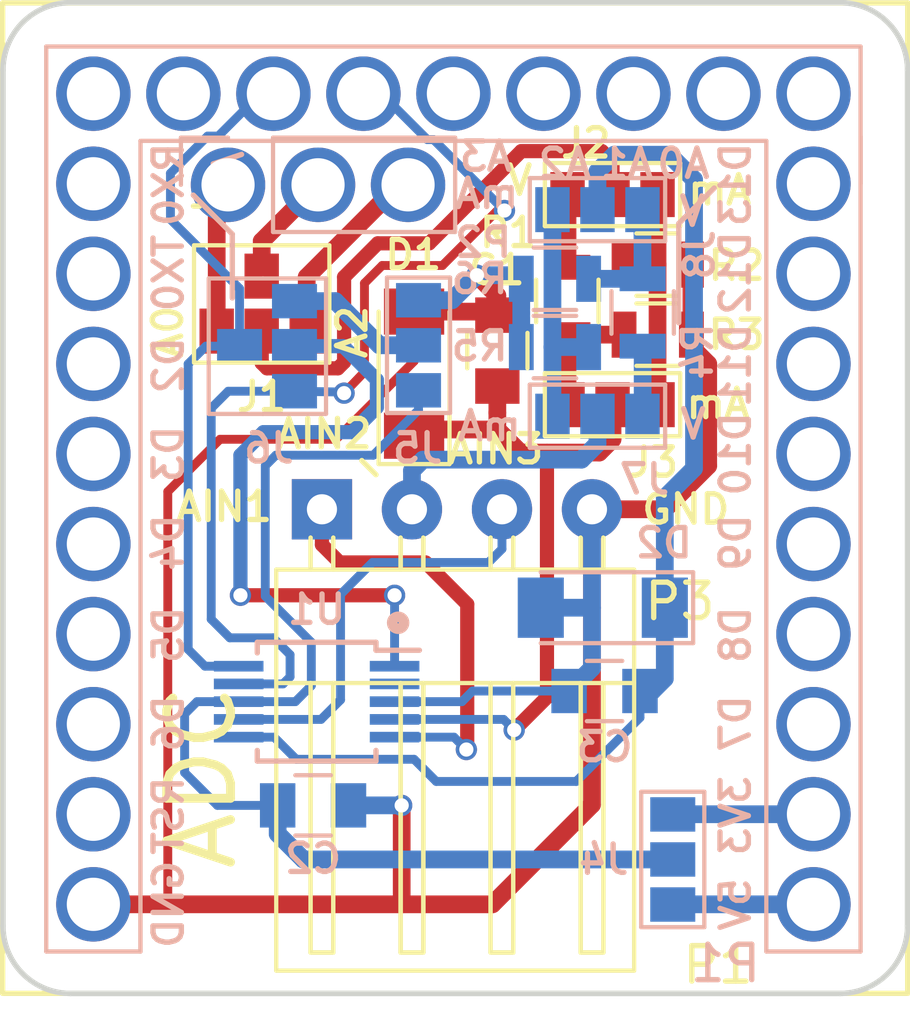
<source format=kicad_pcb>
(kicad_pcb (version 20171130) (host pcbnew 5.1.5+dfsg1-2build2)

  (general
    (thickness 1.6)
    (drawings 39)
    (tracks 195)
    (zones 0)
    (modules 23)
    (nets 47)
  )

  (page A4)
  (title_block
    (title "Microduino ADC DE")
    (date "07 dicembre 2019")
    (rev 1.0)
  )

  (layers
    (0 F.Cu signal)
    (31 B.Cu signal)
    (32 B.Adhes user)
    (33 F.Adhes user)
    (34 B.Paste user)
    (35 F.Paste user)
    (36 B.SilkS user)
    (37 F.SilkS user)
    (38 B.Mask user)
    (39 F.Mask user)
    (44 Edge.Cuts user)
    (45 Margin user)
    (46 B.CrtYd user hide)
    (47 F.CrtYd user)
    (48 B.Fab user hide)
    (49 F.Fab user hide)
  )

  (setup
    (last_trace_width 0.25)
    (user_trace_width 0.4)
    (user_trace_width 0.5)
    (user_trace_width 0.75)
    (user_trace_width 1)
    (user_trace_width 1.5)
    (user_trace_width 2)
    (user_trace_width 2.5)
    (user_trace_width 3)
    (trace_clearance 0.2)
    (zone_clearance 0.35)
    (zone_45_only no)
    (trace_min 0.2)
    (via_size 0.6)
    (via_drill 0.4)
    (via_min_size 0.4)
    (via_min_drill 0.3)
    (user_via 1 0.5)
    (user_via 1.2 0.6)
    (uvia_size 0.3)
    (uvia_drill 0.1)
    (uvias_allowed no)
    (uvia_min_size 0.2)
    (uvia_min_drill 0.1)
    (edge_width 0.15)
    (segment_width 0.15)
    (pcb_text_width 0.15)
    (pcb_text_size 0.8 0.8)
    (mod_edge_width 0.15)
    (mod_text_size 1 1)
    (mod_text_width 0.15)
    (pad_size 2.1 2.1)
    (pad_drill 1.5)
    (pad_to_mask_clearance 0.2)
    (aux_axis_origin 0 0)
    (grid_origin 126.111 104.775)
    (visible_elements 7FFFFFFF)
    (pcbplotparams
      (layerselection 0x210fc_80000001)
      (usegerberextensions false)
      (usegerberattributes false)
      (usegerberadvancedattributes false)
      (creategerberjobfile false)
      (excludeedgelayer true)
      (linewidth 0.100000)
      (plotframeref false)
      (viasonmask false)
      (mode 1)
      (useauxorigin false)
      (hpglpennumber 1)
      (hpglpenspeed 20)
      (hpglpendiameter 15.000000)
      (psnegative false)
      (psa4output false)
      (plotreference true)
      (plotvalue true)
      (plotinvisibletext false)
      (padsonsilk false)
      (subtractmaskfromsilk false)
      (outputformat 1)
      (mirror false)
      (drillshape 0)
      (scaleselection 1)
      (outputdirectory ""))
  )

  (net 0 "")
  (net 1 +5V)
  (net 2 +3V3)
  (net 3 /D7)
  (net 4 /D8)
  (net 5 /D10)
  (net 6 /D11)
  (net 7 /D12)
  (net 8 /D13)
  (net 9 /D2)
  (net 10 /D3)
  (net 11 /A0)
  (net 12 /A1)
  (net 13 /A2)
  (net 14 /A3)
  (net 15 /SDA)
  (net 16 /SCL)
  (net 17 /A6)
  (net 18 /A7)
  (net 19 /RX0)
  (net 20 /D4)
  (net 21 /D5)
  (net 22 /D6)
  (net 23 /RESET)
  (net 24 GND)
  (net 25 /TX0)
  (net 26 /AREF)
  (net 27 "Net-(J1-Pad1)")
  (net 28 "Net-(J1-Pad2)")
  (net 29 "Net-(J1-Pad3)")
  (net 30 "Net-(J3-Pad1)")
  (net 31 "Net-(C1-Pad1)")
  (net 32 "Net-(C2-Pad1)")
  (net 33 "Net-(C3-Pad1)")
  (net 34 "Net-(J2-Pad1)")
  (net 35 "Net-(J2-Pad3)")
  (net 36 "Net-(J5-Pad2)")
  (net 37 "Net-(J6-Pad2)")
  (net 38 "Net-(J7-Pad1)")
  (net 39 "Net-(J7-Pad2)")
  (net 40 "Net-(J7-Pad3)")
  (net 41 "Net-(J8-Pad1)")
  (net 42 /D9)
  (net 43 "Net-(J1-Pad4)")
  (net 44 "Net-(P3-Pad1)")
  (net 45 "Net-(P3-Pad3)")
  (net 46 "Net-(U1-Pad2)")

  (net_class Default "Questo è il gruppo di collegamenti predefinito"
    (clearance 0.2)
    (trace_width 0.25)
    (via_dia 0.6)
    (via_drill 0.4)
    (uvia_dia 0.3)
    (uvia_drill 0.1)
    (add_net +3V3)
    (add_net +5V)
    (add_net /A0)
    (add_net /A1)
    (add_net /A2)
    (add_net /A3)
    (add_net /A6)
    (add_net /A7)
    (add_net /AREF)
    (add_net /D10)
    (add_net /D11)
    (add_net /D12)
    (add_net /D13)
    (add_net /D2)
    (add_net /D3)
    (add_net /D4)
    (add_net /D5)
    (add_net /D6)
    (add_net /D7)
    (add_net /D8)
    (add_net /D9)
    (add_net /RESET)
    (add_net /RX0)
    (add_net /SCL)
    (add_net /SDA)
    (add_net /TX0)
    (add_net GND)
    (add_net "Net-(C1-Pad1)")
    (add_net "Net-(C2-Pad1)")
    (add_net "Net-(C3-Pad1)")
    (add_net "Net-(J1-Pad1)")
    (add_net "Net-(J1-Pad2)")
    (add_net "Net-(J1-Pad3)")
    (add_net "Net-(J1-Pad4)")
    (add_net "Net-(J2-Pad1)")
    (add_net "Net-(J2-Pad3)")
    (add_net "Net-(J3-Pad1)")
    (add_net "Net-(J5-Pad2)")
    (add_net "Net-(J6-Pad2)")
    (add_net "Net-(J7-Pad1)")
    (add_net "Net-(J7-Pad2)")
    (add_net "Net-(J7-Pad3)")
    (add_net "Net-(J8-Pad1)")
    (add_net "Net-(P3-Pad1)")
    (add_net "Net-(P3-Pad3)")
    (add_net "Net-(U1-Pad2)")
  )

  (module Libreria_PCB_mia:Upin_27 (layer B.Cu) (tedit 5DBF0B1B) (tstamp 597E308E)
    (at 161.581 88.165 180)
    (descr "Through hole straight socket strip, 1x09, 2.54mm pitch, single row")
    (tags "Through hole socket strip THT 1x09 2.54mm single row")
    (path /58E8C7EF)
    (fp_text reference P1 (at 2.48 -1.67 180) (layer B.SilkS)
      (effects (font (size 1 1) (thickness 0.15)) (justify mirror))
    )
    (fp_text value CONN_1x27 (at -2.83 10.17 90) (layer B.Fab)
      (effects (font (size 1 1) (thickness 0.15)) (justify mirror))
    )
    (fp_text user P1 (at 2.695 -1.71 180) (layer F.SilkS)
      (effects (font (size 1 1) (thickness 0.15)))
    )
    (fp_line (start 16.4 18.9) (end 17.5 20) (layer B.SilkS) (width 0.15))
    (fp_line (start 16.4 18.9) (end 16.4 17.1) (layer B.SilkS) (width 0.15))
    (fp_line (start 2.8 20.2) (end 3.8 19.2) (layer B.SilkS) (width 0.15))
    (fp_line (start 3.8 19.2) (end 3.8 16.4) (layer B.SilkS) (width 0.15))
    (fp_text user GND (at 18.2 0 90) (layer B.SilkS)
      (effects (font (size 0.8 0.8) (thickness 0.15)) (justify mirror))
    )
    (fp_text user RST (at 18.2 2.5 90) (layer B.SilkS)
      (effects (font (size 0.8 0.8) (thickness 0.15)) (justify mirror))
    )
    (fp_text user D6 (at 18.2 5.1 90) (layer B.SilkS)
      (effects (font (size 0.8 0.8) (thickness 0.15)) (justify mirror))
    )
    (fp_text user D5 (at 18.2 7.6 90) (layer B.SilkS)
      (effects (font (size 0.8 0.8) (thickness 0.15)) (justify mirror))
    )
    (fp_text user D4 (at 18.2 10.2 90) (layer B.SilkS)
      (effects (font (size 0.8 0.8) (thickness 0.15)) (justify mirror))
    )
    (fp_text user D3 (at 18.2 12.7 90) (layer B.SilkS)
      (effects (font (size 0.8 0.8) (thickness 0.15)) (justify mirror))
    )
    (fp_text user D2 (at 18.2 15.2 90) (layer B.SilkS)
      (effects (font (size 0.8 0.8) (thickness 0.15)) (justify mirror))
    )
    (fp_text user TX0 (at 18.2 17.8 90) (layer B.SilkS)
      (effects (font (size 0.8 0.8) (thickness 0.15)) (justify mirror))
    )
    (fp_text user RX0 (at 18.2 20.3 90) (layer B.SilkS)
      (effects (font (size 0.8 0.8) (thickness 0.15)) (justify mirror))
    )
    (fp_text user A6 (at 16.5 20.5 90) (layer B.SilkS)
      (effects (font (size 0.8 0.8) (thickness 0.15)) (justify mirror))
    )
    (fp_text user A3 (at 9.245 21.09 180) (layer B.SilkS)
      (effects (font (size 0.8 0.8) (thickness 0.15)) (justify mirror))
    )
    (fp_text user A2 (at 7.02 20.89 180) (layer B.SilkS)
      (effects (font (size 0.8 0.8) (thickness 0.15)) (justify mirror))
    )
    (fp_text user A1 (at 5.27 20.89 180) (layer B.SilkS)
      (effects (font (size 0.8 0.8) (thickness 0.15)) (justify mirror))
    )
    (fp_text user A0 (at 3.67 20.89 180) (layer B.SilkS)
      (effects (font (size 0.8 0.8) (thickness 0.15)) (justify mirror))
    )
    (fp_text user D13 (at 2.2 20.3 90) (layer B.SilkS)
      (effects (font (size 0.8 0.8) (thickness 0.15)) (justify mirror))
    )
    (fp_text user D12 (at 2.2 17.8 90) (layer B.SilkS)
      (effects (font (size 0.8 0.8) (thickness 0.15)) (justify mirror))
    )
    (fp_text user D11 (at 2.2 15.2 90) (layer B.SilkS)
      (effects (font (size 0.8 0.8) (thickness 0.15)) (justify mirror))
    )
    (fp_text user D10 (at 2.2 12.7 90) (layer B.SilkS)
      (effects (font (size 0.8 0.8) (thickness 0.15)) (justify mirror))
    )
    (fp_text user D9 (at 2.2 10.2 90) (layer B.SilkS)
      (effects (font (size 0.8 0.8) (thickness 0.15)) (justify mirror))
    )
    (fp_text user D8 (at 2.2 7.6 90) (layer B.SilkS)
      (effects (font (size 0.8 0.8) (thickness 0.15)) (justify mirror))
    )
    (fp_text user D7 (at 2.2 5.1 90) (layer B.SilkS)
      (effects (font (size 0.8 0.8) (thickness 0.15)) (justify mirror))
    )
    (fp_text user 3V3 (at 2.2 2.5 90) (layer B.SilkS)
      (effects (font (size 0.8 0.8) (thickness 0.15)) (justify mirror))
    )
    (fp_text user 5V (at 2.2 0 90) (layer B.SilkS)
      (effects (font (size 0.8 0.8) (thickness 0.15)) (justify mirror))
    )
    (fp_line (start 1.8 -1.78) (end 1.8 21.05) (layer B.CrtYd) (width 0.12))
    (fp_line (start 18.52 21.05) (end 1.8 21.05) (layer B.CrtYd) (width 0.12))
    (fp_line (start -1.27 24.13) (end -1.27 -1.27) (layer B.Fab) (width 0.12))
    (fp_line (start 1.27 -1.27) (end 1.27 21.59) (layer B.Fab) (width 0.12))
    (fp_line (start 1.27 21.59) (end 19.05 21.59) (layer B.Fab) (width 0.12))
    (fp_line (start 19.05 21.59) (end 19.05 -1.27) (layer B.Fab) (width 0.12))
    (fp_line (start 19.05 -1.27) (end 21.59 -1.27) (layer B.Fab) (width 0.12))
    (fp_line (start 21.59 -1.27) (end 21.59 24.13) (layer B.Fab) (width 0.12))
    (fp_line (start 21.59 24.13) (end -1.27 24.13) (layer B.Fab) (width 0.12))
    (fp_line (start 21.65 -1.33) (end 21.65 24.19) (layer B.SilkS) (width 0.12))
    (fp_line (start 21.65 24.19) (end -1.33 24.19) (layer B.SilkS) (width 0.12))
    (fp_line (start -1.33 -1.33) (end -1.33 24.19) (layer B.SilkS) (width 0.12))
    (fp_line (start 1.33 -1.33) (end 1.33 21.53) (layer B.SilkS) (width 0.12))
    (fp_line (start 1.33 21.53) (end 18.99 21.53) (layer B.SilkS) (width 0.12))
    (fp_line (start 18.99 -1.33) (end 18.99 21.53) (layer B.SilkS) (width 0.12))
    (fp_line (start 18.99 -1.33) (end 18.99 5.48) (layer B.SilkS) (width 0.12))
    (fp_line (start -1.8 24.67) (end 22.12 24.67) (layer B.CrtYd) (width 0.12))
    (fp_line (start -1.8 -1.78) (end -1.8 24.67) (layer B.CrtYd) (width 0.12))
    (fp_line (start 22.12 -1.78) (end 22.12 24.67) (layer B.CrtYd) (width 0.12))
    (fp_line (start 18.52 21.05) (end 18.52 -1.8) (layer B.CrtYd) (width 0.12))
    (fp_line (start 18.52 -1.8) (end 22.12 -1.8) (layer B.CrtYd) (width 0.12))
    (fp_line (start -1.27 -1.27) (end 1.27 -1.27) (layer B.Fab) (width 0.12))
    (fp_line (start -1.33 -1.33) (end 1.33 -1.33) (layer B.SilkS) (width 0.12))
    (fp_line (start 21.65 -1.33) (end 18.99 -1.33) (layer B.SilkS) (width 0.12))
    (fp_line (start -1.33 20.32) (end -1.33 21.65) (layer B.SilkS) (width 0.12))
    (fp_line (start -1.8 -1.78) (end 1.8 -1.78) (layer B.CrtYd) (width 0.12))
    (fp_text user %R (at 0 -2.54 180) (layer B.Fab)
      (effects (font (size 1 1) (thickness 0.15)) (justify mirror))
    )
    (pad 9 thru_hole circle (at 0 20.32 180) (size 2.1 2.1) (drill 1.5) (layers *.Cu *.Mask)
      (net 8 /D13))
    (pad 8 thru_hole circle (at 0 17.78 180) (size 2.1 2.1) (drill 1.5) (layers *.Cu *.Mask)
      (net 7 /D12))
    (pad 7 thru_hole circle (at 0 15.24 180) (size 2.1 2.1) (drill 1.5) (layers *.Cu *.Mask)
      (net 6 /D11))
    (pad 6 thru_hole circle (at 0 12.7 180) (size 2.1 2.1) (drill 1.5) (layers *.Cu *.Mask)
      (net 5 /D10))
    (pad 5 thru_hole circle (at 0 10.16 180) (size 2.1 2.1) (drill 1.5) (layers *.Cu *.Mask)
      (net 42 /D9))
    (pad 4 thru_hole circle (at 0 7.62 180) (size 2.1 2.1) (drill 1.5) (layers *.Cu *.Mask)
      (net 4 /D8))
    (pad 3 thru_hole circle (at 0 5.08 180) (size 2.1 2.1) (drill 1.5) (layers *.Cu *.Mask)
      (net 3 /D7))
    (pad 2 thru_hole circle (at 0 2.54 180) (size 2.1 2.1) (drill 1.5) (layers *.Cu *.Mask)
      (net 2 +3V3))
    (pad 1 thru_hole circle (at 0 0 180) (size 2.1 2.1) (drill 1.5) (layers *.Cu *.Mask)
      (net 1 +5V))
    (pad 10 thru_hole circle (at 0 22.86 180) (size 2.1 2.1) (drill 1.5) (layers *.Cu *.Mask)
      (net 26 /AREF))
    (pad 11 thru_hole circle (at 2.54 22.86 180) (size 2.1 2.1) (drill 1.5) (layers *.Cu *.Mask)
      (net 11 /A0))
    (pad 12 thru_hole circle (at 5.08 22.86 180) (size 2.1 2.1) (drill 1.5) (layers *.Cu *.Mask)
      (net 12 /A1))
    (pad 13 thru_hole circle (at 7.62 22.86 180) (size 2.1 2.1) (drill 1.5) (layers *.Cu *.Mask)
      (net 13 /A2))
    (pad 14 thru_hole circle (at 10.16 22.86 180) (size 2.1 2.1) (drill 1.5) (layers *.Cu *.Mask)
      (net 14 /A3))
    (pad 15 thru_hole circle (at 12.7 22.86 180) (size 2.1 2.1) (drill 1.5) (layers *.Cu *.Mask)
      (net 15 /SDA))
    (pad 16 thru_hole circle (at 15.24 22.86 180) (size 2.1 2.1) (drill 1.5) (layers *.Cu *.Mask)
      (net 16 /SCL))
    (pad 17 thru_hole circle (at 17.78 22.86 180) (size 2.1 2.1) (drill 1.5) (layers *.Cu *.Mask)
      (net 17 /A6))
    (pad 18 thru_hole circle (at 20.32 22.86 180) (size 2.1 2.1) (drill 1.5) (layers *.Cu *.Mask)
      (net 18 /A7))
    (pad 19 thru_hole circle (at 20.32 20.32 180) (size 2.1 2.1) (drill 1.5) (layers *.Cu *.Mask)
      (net 19 /RX0))
    (pad 20 thru_hole circle (at 20.32 17.78 180) (size 2.1 2.1) (drill 1.5) (layers *.Cu *.Mask)
      (net 25 /TX0))
    (pad 21 thru_hole circle (at 20.32 15.24 180) (size 2.1 2.1) (drill 1.5) (layers *.Cu *.Mask)
      (net 9 /D2))
    (pad 22 thru_hole circle (at 20.32 12.7 180) (size 2.1 2.1) (drill 1.5) (layers *.Cu *.Mask)
      (net 10 /D3))
    (pad 23 thru_hole circle (at 20.32 10.16 180) (size 2.1 2.1) (drill 1.5) (layers *.Cu *.Mask)
      (net 20 /D4))
    (pad 24 thru_hole circle (at 20.32 7.62 180) (size 2.1 2.1) (drill 1.5) (layers *.Cu *.Mask)
      (net 21 /D5))
    (pad 25 thru_hole circle (at 20.32 5.08 180) (size 2.1 2.1) (drill 1.5) (layers *.Cu *.Mask)
      (net 22 /D6))
    (pad 26 thru_hole circle (at 20.32 2.54 180) (size 2.1 2.1) (drill 1.5) (layers *.Cu *.Mask)
      (net 23 /RESET))
    (pad 27 thru_hole circle (at 20.32 0 180) (size 2.1 2.1) (drill 1.5) (layers *.Cu *.Mask)
      (net 24 GND))
  )

  (module Libreria_PCB_mia:WHURT_4pin_90°_61900411021 (layer F.Cu) (tedit 5DBEC450) (tstamp 597AF288)
    (at 147.711 77.025)
    (descr "Horizontal AMP connector with 2.54mm pitch")
    (tags "connector horizontal")
    (path /5DBA7F3D)
    (fp_text reference P3 (at 10.1 2.6) (layer F.SilkS)
      (effects (font (size 1 1) (thickness 0.15)))
    )
    (fp_text value CONN_01X04 (at 3.81 14.9) (layer F.Fab)
      (effects (font (size 1 1) (thickness 0.15)))
    )
    (fp_line (start 5.4 12.5) (end 5.4 4.9) (layer F.SilkS) (width 0.12))
    (fp_line (start 4.76 12.5) (end 5.4 12.5) (layer F.SilkS) (width 0.12))
    (fp_line (start 4.76 4.9) (end 4.76 12.5) (layer F.SilkS) (width 0.12))
    (fp_line (start 4.76 1.7) (end 4.76 0.8) (layer F.SilkS) (width 0.12))
    (fp_line (start 5.4 0.8) (end 5.4 1.7) (layer F.SilkS) (width 0.12))
    (fp_line (start 5.4 0.8) (end 5.4 1.7) (layer F.SilkS) (width 0.12))
    (fp_line (start 4.76 1.7) (end 4.76 0.8) (layer F.SilkS) (width 0.12))
    (fp_line (start 4.76 4.9) (end 4.76 12.5) (layer F.SilkS) (width 0.12))
    (fp_line (start 4.76 12.5) (end 5.4 12.5) (layer F.SilkS) (width 0.12))
    (fp_line (start 5.4 12.5) (end 5.4 4.9) (layer F.SilkS) (width 0.12))
    (fp_line (start 5.4 12.5) (end 5.4 4.9) (layer F.SilkS) (width 0.12))
    (fp_line (start 4.76 12.5) (end 5.4 12.5) (layer F.SilkS) (width 0.12))
    (fp_line (start 4.76 4.9) (end 4.76 12.5) (layer F.SilkS) (width 0.12))
    (fp_line (start 4.76 1.7) (end 4.76 0.8) (layer F.SilkS) (width 0.12))
    (fp_line (start 5.4 0.8) (end 5.4 1.7) (layer F.SilkS) (width 0.12))
    (fp_line (start 5.4 0.8) (end 5.4 1.7) (layer F.SilkS) (width 0.12))
    (fp_line (start 4.76 1.7) (end 4.76 0.8) (layer F.SilkS) (width 0.12))
    (fp_line (start 4.76 4.9) (end 4.76 12.5) (layer F.SilkS) (width 0.12))
    (fp_line (start 4.76 12.5) (end 5.4 12.5) (layer F.SilkS) (width 0.12))
    (fp_line (start 5.4 12.5) (end 5.4 4.9) (layer F.SilkS) (width 0.12))
    (fp_line (start 7.94 12.5) (end 7.94 4.9) (layer F.SilkS) (width 0.12))
    (fp_line (start 7.3 12.5) (end 7.94 12.5) (layer F.SilkS) (width 0.12))
    (fp_line (start 7.3 4.9) (end 7.3 12.5) (layer F.SilkS) (width 0.12))
    (fp_line (start 7.3 1.7) (end 7.3 0.8) (layer F.SilkS) (width 0.12))
    (fp_line (start 7.94 0.8) (end 7.94 1.7) (layer F.SilkS) (width 0.12))
    (fp_line (start 7.94 0.8) (end 7.94 1.7) (layer F.SilkS) (width 0.12))
    (fp_line (start 7.3 1.7) (end 7.3 0.8) (layer F.SilkS) (width 0.12))
    (fp_line (start 7.3 4.9) (end 7.3 12.5) (layer F.SilkS) (width 0.12))
    (fp_line (start 7.3 12.5) (end 7.94 12.5) (layer F.SilkS) (width 0.12))
    (fp_line (start 7.94 12.5) (end 7.94 4.9) (layer F.SilkS) (width 0.12))
    (fp_line (start 7.94 12.5) (end 7.94 4.9) (layer F.SilkS) (width 0.12))
    (fp_line (start 7.3 12.5) (end 7.94 12.5) (layer F.SilkS) (width 0.12))
    (fp_line (start 7.3 4.9) (end 7.3 12.5) (layer F.SilkS) (width 0.12))
    (fp_line (start 7.3 1.7) (end 7.3 0.8) (layer F.SilkS) (width 0.12))
    (fp_line (start 7.94 0.8) (end 7.94 1.7) (layer F.SilkS) (width 0.12))
    (fp_line (start 7.94 0.8) (end 7.94 1.7) (layer F.SilkS) (width 0.12))
    (fp_line (start 7.3 1.7) (end 7.3 0.8) (layer F.SilkS) (width 0.12))
    (fp_line (start 7.3 4.9) (end 7.3 12.5) (layer F.SilkS) (width 0.12))
    (fp_line (start 7.3 12.5) (end 7.94 12.5) (layer F.SilkS) (width 0.12))
    (fp_line (start 7.94 12.5) (end 7.94 4.9) (layer F.SilkS) (width 0.12))
    (fp_line (start 2.86 12.5) (end 2.86 4.9) (layer F.SilkS) (width 0.12))
    (fp_line (start 2.22 12.5) (end 2.86 12.5) (layer F.SilkS) (width 0.12))
    (fp_line (start 2.22 4.9) (end 2.22 12.5) (layer F.SilkS) (width 0.12))
    (fp_line (start 2.22 1.7) (end 2.22 0.8) (layer F.SilkS) (width 0.12))
    (fp_line (start 2.86 0.8) (end 2.86 1.7) (layer F.SilkS) (width 0.12))
    (fp_line (start 2.86 0.8) (end 2.86 1.7) (layer F.SilkS) (width 0.12))
    (fp_line (start 2.22 1.7) (end 2.22 0.8) (layer F.SilkS) (width 0.12))
    (fp_line (start 2.22 4.9) (end 2.22 12.5) (layer F.SilkS) (width 0.12))
    (fp_line (start 2.22 12.5) (end 2.86 12.5) (layer F.SilkS) (width 0.12))
    (fp_line (start 2.86 12.5) (end 2.86 4.9) (layer F.SilkS) (width 0.12))
    (fp_line (start 2.86 12.5) (end 2.86 4.9) (layer F.SilkS) (width 0.12))
    (fp_line (start 2.22 12.5) (end 2.86 12.5) (layer F.SilkS) (width 0.12))
    (fp_line (start 2.22 4.9) (end 2.22 12.5) (layer F.SilkS) (width 0.12))
    (fp_line (start 2.22 1.7) (end 2.22 0.8) (layer F.SilkS) (width 0.12))
    (fp_line (start 2.86 0.8) (end 2.86 1.7) (layer F.SilkS) (width 0.12))
    (fp_line (start 2.86 0.8) (end 2.86 1.7) (layer F.SilkS) (width 0.12))
    (fp_line (start 2.22 1.7) (end 2.22 0.8) (layer F.SilkS) (width 0.12))
    (fp_line (start 2.22 4.9) (end 2.22 12.5) (layer F.SilkS) (width 0.12))
    (fp_line (start 2.22 12.5) (end 2.86 12.5) (layer F.SilkS) (width 0.12))
    (fp_line (start 2.86 12.5) (end 2.86 4.9) (layer F.SilkS) (width 0.12))
    (fp_line (start 0.32 12.5) (end 0.32 4.9) (layer F.SilkS) (width 0.12))
    (fp_line (start -0.32 12.5) (end 0.32 12.5) (layer F.SilkS) (width 0.12))
    (fp_line (start -0.32 4.9) (end -0.32 12.5) (layer F.SilkS) (width 0.12))
    (fp_line (start -0.32 1.7) (end -0.32 0.8) (layer F.SilkS) (width 0.12))
    (fp_line (start 0.32 0.8) (end 0.32 1.7) (layer F.SilkS) (width 0.12))
    (fp_line (start 0.32 0.8) (end 0.32 1.7) (layer F.SilkS) (width 0.12))
    (fp_line (start -0.32 1.7) (end -0.32 0.8) (layer F.SilkS) (width 0.12))
    (fp_line (start -0.32 4.9) (end -0.32 12.5) (layer F.SilkS) (width 0.12))
    (fp_line (start -0.32 12.5) (end 0.32 12.5) (layer F.SilkS) (width 0.12))
    (fp_line (start 0.32 12.5) (end 0.32 4.9) (layer F.SilkS) (width 0.12))
    (fp_line (start 0.32 12.5) (end 0.32 4.9) (layer F.SilkS) (width 0.12))
    (fp_line (start -0.32 12.5) (end 0.32 12.5) (layer F.SilkS) (width 0.12))
    (fp_line (start -0.32 4.9) (end -0.32 12.5) (layer F.SilkS) (width 0.12))
    (fp_line (start -0.32 1.7) (end -0.32 0.8) (layer F.SilkS) (width 0.12))
    (fp_line (start 0.32 0.8) (end 0.32 1.7) (layer F.SilkS) (width 0.12))
    (fp_line (start -1.78 -1.23) (end -1.78 13.3) (layer F.CrtYd) (width 0.05))
    (fp_line (start -1.78 13.3) (end 9.32 13.3) (layer F.CrtYd) (width 0.05))
    (fp_line (start 9.32 13.3) (end 9.32 -1.23) (layer F.CrtYd) (width 0.05))
    (fp_line (start 9.32 -1.23) (end -1.78 -1.23) (layer F.CrtYd) (width 0.05))
    (fp_line (start 0.32 0.8) (end 0.32 1.7) (layer F.SilkS) (width 0.12))
    (fp_line (start -0.32 1.7) (end -0.32 0.8) (layer F.SilkS) (width 0.12))
    (fp_line (start -0.32 4.9) (end -0.32 12.5) (layer F.SilkS) (width 0.12))
    (fp_line (start -0.32 12.5) (end 0.32 12.5) (layer F.SilkS) (width 0.12))
    (fp_line (start 0.32 12.5) (end 0.32 4.9) (layer F.SilkS) (width 0.12))
    (fp_line (start 8.81 4.9) (end -1.29 4.9) (layer F.SilkS) (width 0.12))
    (fp_line (start -1.29 1.7) (end -1.29 13.01) (layer F.SilkS) (width 0.12))
    (fp_line (start -1.29 13.01) (end 8.81 13.01) (layer F.SilkS) (width 0.12))
    (fp_line (start 8.81 13.01) (end 8.81 1.7) (layer F.SilkS) (width 0.12))
    (fp_line (start 8.81 1.7) (end -1.29 1.7) (layer F.SilkS) (width 0.12))
    (pad 1 thru_hole rect (at 0 0) (size 1.7 1.7) (drill 0.85) (layers *.Cu *.Mask)
      (net 44 "Net-(P3-Pad1)"))
    (pad 2 thru_hole circle (at 2.54 0) (size 1.7 1.7) (drill 0.85) (layers *.Cu *.Mask)
      (net 39 "Net-(J7-Pad2)"))
    (pad 3 thru_hole circle (at 5.08 0) (size 1.7 1.7) (drill 0.85) (layers *.Cu *.Mask)
      (net 45 "Net-(P3-Pad3)"))
    (pad 4 thru_hole circle (at 7.62 0) (size 1.7 1.7) (drill 0.85) (layers *.Cu *.Mask)
      (net 24 GND))
    (model Connectors.3dshapes/Wafer_Horizontal17.5x5.8x7RM2.5-6.wrl
      (at (xyz 0 0 0))
      (scale (xyz 4 4 4))
      (rotate (xyz 0 0 0))
    )
  )

  (module Connectors:GS3 (layer B.Cu) (tedit 5DBF06F4) (tstamp 5D25DDF5)
    (at 157.611 86.9 180)
    (descr "3-pin solder bridge")
    (tags "solder bridge")
    (path /5DB687D8)
    (attr smd)
    (fp_text reference J4 (at 1.95 0 180) (layer B.SilkS)
      (effects (font (size 0.8 0.8) (thickness 0.15)) (justify mirror))
    )
    (fp_text value GS3 (at 1.8 0 90) (layer B.Fab)
      (effects (font (size 1 1) (thickness 0.15)) (justify mirror))
    )
    (fp_line (start -1.15 2.15) (end 1.15 2.15) (layer B.CrtYd) (width 0.05))
    (fp_line (start 1.15 2.15) (end 1.15 -2.15) (layer B.CrtYd) (width 0.05))
    (fp_line (start 1.15 -2.15) (end -1.15 -2.15) (layer B.CrtYd) (width 0.05))
    (fp_line (start -1.15 -2.15) (end -1.15 2.15) (layer B.CrtYd) (width 0.05))
    (fp_line (start -0.89 1.91) (end -0.89 -1.91) (layer B.SilkS) (width 0.12))
    (fp_line (start -0.89 -1.91) (end 0.89 -1.91) (layer B.SilkS) (width 0.12))
    (fp_line (start 0.89 -1.91) (end 0.89 1.91) (layer B.SilkS) (width 0.12))
    (fp_line (start -0.89 1.91) (end 0.89 1.91) (layer B.SilkS) (width 0.12))
    (pad 1 smd rect (at 0 1.27 180) (size 1.27 0.97) (layers B.Cu B.Paste B.Mask)
      (net 2 +3V3))
    (pad 2 smd rect (at 0 0 180) (size 1.27 0.97) (layers B.Cu B.Paste B.Mask)
      (net 32 "Net-(C2-Pad1)"))
    (pad 3 smd rect (at 0 -1.27 180) (size 1.27 0.97) (layers B.Cu B.Paste B.Mask)
      (net 1 +5V))
  )

  (module Resistors_SMD:R_0805 (layer F.Cu) (tedit 5DBECF08) (tstamp 5D25DE29)
    (at 154.636 71.15 90)
    (descr "Resistor SMD 0805, reflow soldering, Vishay (see dcrcw.pdf)")
    (tags "resistor 0805")
    (path /5DBA79B8)
    (attr smd)
    (fp_text reference R1 (at 1.925 -1.675) (layer F.SilkS)
      (effects (font (size 0.8 0.8) (thickness 0.15)))
    )
    (fp_text value 110k (at 0 1.75 90) (layer F.Fab)
      (effects (font (size 1 1) (thickness 0.15)))
    )
    (fp_text user %R (at 0 0 90) (layer F.Fab)
      (effects (font (size 0.5 0.5) (thickness 0.075)))
    )
    (fp_line (start -1 0.62) (end -1 -0.62) (layer F.Fab) (width 0.1))
    (fp_line (start 1 0.62) (end -1 0.62) (layer F.Fab) (width 0.1))
    (fp_line (start 1 -0.62) (end 1 0.62) (layer F.Fab) (width 0.1))
    (fp_line (start -1 -0.62) (end 1 -0.62) (layer F.Fab) (width 0.1))
    (fp_line (start 0.6 0.88) (end -0.6 0.88) (layer F.SilkS) (width 0.12))
    (fp_line (start -0.6 -0.88) (end 0.6 -0.88) (layer F.SilkS) (width 0.12))
    (fp_line (start -1.55 -0.9) (end 1.55 -0.9) (layer F.CrtYd) (width 0.05))
    (fp_line (start -1.55 -0.9) (end -1.55 0.9) (layer F.CrtYd) (width 0.05))
    (fp_line (start 1.55 0.9) (end 1.55 -0.9) (layer F.CrtYd) (width 0.05))
    (fp_line (start 1.55 0.9) (end -1.55 0.9) (layer F.CrtYd) (width 0.05))
    (pad 1 smd rect (at -0.95 0 90) (size 0.7 1.3) (layers F.Cu F.Paste F.Mask)
      (net 30 "Net-(J3-Pad1)"))
    (pad 2 smd rect (at 0.95 0 90) (size 0.7 1.3) (layers F.Cu F.Paste F.Mask)
      (net 34 "Net-(J2-Pad1)"))
    (model ${KISYS3DMOD}/Resistors_SMD.3dshapes/R_0805.wrl
      (at (xyz 0 0 0))
      (scale (xyz 1 1 1))
      (rotate (xyz 0 0 0))
    )
  )

  (module Resistors_SMD:R_0805 (layer F.Cu) (tedit 5DBECFA2) (tstamp 5D25DE2F)
    (at 157.186 70.125)
    (descr "Resistor SMD 0805, reflow soldering, Vishay (see dcrcw.pdf)")
    (tags "resistor 0805")
    (path /5DBA79B2)
    (attr smd)
    (fp_text reference R2 (at 2.225 0.025) (layer F.SilkS)
      (effects (font (size 0.8 0.8) (thickness 0.15)))
    )
    (fp_text value 82 (at 0 1.75) (layer F.Fab)
      (effects (font (size 1 1) (thickness 0.15)))
    )
    (fp_text user %R (at 0 0) (layer F.Fab)
      (effects (font (size 0.5 0.5) (thickness 0.075)))
    )
    (fp_line (start -1 0.62) (end -1 -0.62) (layer F.Fab) (width 0.1))
    (fp_line (start 1 0.62) (end -1 0.62) (layer F.Fab) (width 0.1))
    (fp_line (start 1 -0.62) (end 1 0.62) (layer F.Fab) (width 0.1))
    (fp_line (start -1 -0.62) (end 1 -0.62) (layer F.Fab) (width 0.1))
    (fp_line (start 0.6 0.88) (end -0.6 0.88) (layer F.SilkS) (width 0.12))
    (fp_line (start -0.6 -0.88) (end 0.6 -0.88) (layer F.SilkS) (width 0.12))
    (fp_line (start -1.55 -0.9) (end 1.55 -0.9) (layer F.CrtYd) (width 0.05))
    (fp_line (start -1.55 -0.9) (end -1.55 0.9) (layer F.CrtYd) (width 0.05))
    (fp_line (start 1.55 0.9) (end 1.55 -0.9) (layer F.CrtYd) (width 0.05))
    (fp_line (start 1.55 0.9) (end -1.55 0.9) (layer F.CrtYd) (width 0.05))
    (pad 1 smd rect (at -0.95 0) (size 0.7 1.3) (layers F.Cu F.Paste F.Mask)
      (net 35 "Net-(J2-Pad3)"))
    (pad 2 smd rect (at 0.95 0) (size 0.7 1.3) (layers F.Cu F.Paste F.Mask)
      (net 24 GND))
    (model ${KISYS3DMOD}/Resistors_SMD.3dshapes/R_0805.wrl
      (at (xyz 0 0 0))
      (scale (xyz 1 1 1))
      (rotate (xyz 0 0 0))
    )
  )

  (module Pin_Headers:Pin_Header_Straight_1x03_Pitch2.54mm (layer B.Cu) (tedit 5DBF079F) (tstamp 5D25F87D)
    (at 145.061 67.875 270)
    (descr "Through hole straight pin header, 1x03, 2.54mm pitch, single row")
    (tags "Through hole pin header THT 1x03 2.54mm single row")
    (path /5D25E20E)
    (fp_text reference P2 (at 1.625 -7.2) (layer B.SilkS)
      (effects (font (size 0.8 0.8) (thickness 0.15)) (justify mirror))
    )
    (fp_text value CONN_01X03 (at 0 -7.41 270) (layer B.Fab)
      (effects (font (size 1 1) (thickness 0.15)) (justify mirror))
    )
    (fp_line (start -0.635 1.27) (end 1.27 1.27) (layer B.Fab) (width 0.1))
    (fp_line (start 1.27 1.27) (end 1.27 -6.35) (layer B.Fab) (width 0.1))
    (fp_line (start 1.27 -6.35) (end -1.27 -6.35) (layer B.Fab) (width 0.1))
    (fp_line (start -1.27 -6.35) (end -1.27 0.635) (layer B.Fab) (width 0.1))
    (fp_line (start -1.27 0.635) (end -0.635 1.27) (layer B.Fab) (width 0.1))
    (fp_line (start -1.33 -6.41) (end 1.33 -6.41) (layer B.SilkS) (width 0.12))
    (fp_line (start -1.33 -1.27) (end -1.33 -6.41) (layer B.SilkS) (width 0.12))
    (fp_line (start 1.33 -1.27) (end 1.33 -6.41) (layer B.SilkS) (width 0.12))
    (fp_line (start -1.33 -1.27) (end 1.33 -1.27) (layer B.SilkS) (width 0.12))
    (fp_line (start -1.33 0) (end -1.33 1.33) (layer B.SilkS) (width 0.12))
    (fp_line (start -1.33 1.33) (end 0 1.33) (layer B.SilkS) (width 0.12))
    (fp_line (start -1.8 1.8) (end -1.8 -6.85) (layer B.CrtYd) (width 0.05))
    (fp_line (start -1.8 -6.85) (end 1.8 -6.85) (layer B.CrtYd) (width 0.05))
    (fp_line (start 1.8 -6.85) (end 1.8 1.8) (layer B.CrtYd) (width 0.05))
    (fp_line (start 1.8 1.8) (end -1.8 1.8) (layer B.CrtYd) (width 0.05))
    (fp_text user %R (at 0 -2.54 180) (layer B.Fab)
      (effects (font (size 1 1) (thickness 0.15)) (justify mirror))
    )
    (pad 1 thru_hole circle (at 0 0 270) (size 2.1 2.1) (drill 1.5) (layers *.Cu *.Mask)
      (net 29 "Net-(J1-Pad3)"))
    (pad 2 thru_hole circle (at 0 -2.54 270) (size 2.1 2.1) (drill 1.5) (layers *.Cu *.Mask)
      (net 43 "Net-(J1-Pad4)"))
    (pad 3 thru_hole circle (at 0 -5.08 270) (size 2.1 2.1) (drill 1.5) (layers *.Cu *.Mask)
      (net 27 "Net-(J1-Pad1)"))
    (model ${KISYS3DMOD}/Pin_Headers.3dshapes/Pin_Header_Straight_1x03_Pitch2.54mm.wrl
      (at (xyz 0 0 0))
      (scale (xyz 1 1 1))
      (rotate (xyz 0 0 0))
    )
  )

  (module Capacitors_SMD:C_0805 (layer F.Cu) (tedit 5DBECF11) (tstamp 5DBEA80D)
    (at 152.661 72.55 90)
    (descr "Capacitor SMD 0805, reflow soldering, AVX (see smccp.pdf)")
    (tags "capacitor 0805")
    (path /5DBA79C4)
    (attr smd)
    (fp_text reference C1 (at 2.275 -0.025 180) (layer F.SilkS)
      (effects (font (size 0.8 0.8) (thickness 0.15)))
    )
    (fp_text value 100nF (at 0 1.75 90) (layer F.Fab)
      (effects (font (size 1 1) (thickness 0.15)))
    )
    (fp_text user %R (at 0 -1.5 90) (layer F.Fab)
      (effects (font (size 1 1) (thickness 0.15)))
    )
    (fp_line (start -1 0.62) (end -1 -0.62) (layer F.Fab) (width 0.1))
    (fp_line (start 1 0.62) (end -1 0.62) (layer F.Fab) (width 0.1))
    (fp_line (start 1 -0.62) (end 1 0.62) (layer F.Fab) (width 0.1))
    (fp_line (start -1 -0.62) (end 1 -0.62) (layer F.Fab) (width 0.1))
    (fp_line (start 0.5 -0.85) (end -0.5 -0.85) (layer F.SilkS) (width 0.12))
    (fp_line (start -0.5 0.85) (end 0.5 0.85) (layer F.SilkS) (width 0.12))
    (fp_line (start -1.75 -0.88) (end 1.75 -0.88) (layer F.CrtYd) (width 0.05))
    (fp_line (start -1.75 -0.88) (end -1.75 0.87) (layer F.CrtYd) (width 0.05))
    (fp_line (start 1.75 0.87) (end 1.75 -0.88) (layer F.CrtYd) (width 0.05))
    (fp_line (start 1.75 0.87) (end -1.75 0.87) (layer F.CrtYd) (width 0.05))
    (pad 1 smd rect (at -1 0 90) (size 1 1.25) (layers F.Cu F.Paste F.Mask)
      (net 31 "Net-(C1-Pad1)"))
    (pad 2 smd rect (at 1 0 90) (size 1 1.25) (layers F.Cu F.Paste F.Mask)
      (net 24 GND))
    (model Capacitors_SMD.3dshapes/C_0805.wrl
      (at (xyz 0 0 0))
      (scale (xyz 1 1 1))
      (rotate (xyz 0 0 0))
    )
  )

  (module Capacitors_SMD:C_0805 (layer B.Cu) (tedit 5DBF06E1) (tstamp 5DBEA813)
    (at 147.461 85.375)
    (descr "Capacitor SMD 0805, reflow soldering, AVX (see smccp.pdf)")
    (tags "capacitor 0805")
    (path /5DB687AB)
    (attr smd)
    (fp_text reference C2 (at 0 1.5) (layer B.SilkS)
      (effects (font (size 0.8 0.8) (thickness 0.15)) (justify mirror))
    )
    (fp_text value 100nF (at 0 -1.75) (layer B.Fab)
      (effects (font (size 1 1) (thickness 0.15)) (justify mirror))
    )
    (fp_text user %R (at 0 1.5) (layer B.Fab)
      (effects (font (size 1 1) (thickness 0.15)) (justify mirror))
    )
    (fp_line (start -1 -0.62) (end -1 0.62) (layer B.Fab) (width 0.1))
    (fp_line (start 1 -0.62) (end -1 -0.62) (layer B.Fab) (width 0.1))
    (fp_line (start 1 0.62) (end 1 -0.62) (layer B.Fab) (width 0.1))
    (fp_line (start -1 0.62) (end 1 0.62) (layer B.Fab) (width 0.1))
    (fp_line (start 0.5 0.85) (end -0.5 0.85) (layer B.SilkS) (width 0.12))
    (fp_line (start -0.5 -0.85) (end 0.5 -0.85) (layer B.SilkS) (width 0.12))
    (fp_line (start -1.75 0.88) (end 1.75 0.88) (layer B.CrtYd) (width 0.05))
    (fp_line (start -1.75 0.88) (end -1.75 -0.87) (layer B.CrtYd) (width 0.05))
    (fp_line (start 1.75 -0.87) (end 1.75 0.88) (layer B.CrtYd) (width 0.05))
    (fp_line (start 1.75 -0.87) (end -1.75 -0.87) (layer B.CrtYd) (width 0.05))
    (pad 1 smd rect (at -1 0) (size 1 1.25) (layers B.Cu B.Paste B.Mask)
      (net 32 "Net-(C2-Pad1)"))
    (pad 2 smd rect (at 1 0) (size 1 1.25) (layers B.Cu B.Paste B.Mask)
      (net 24 GND))
    (model Capacitors_SMD.3dshapes/C_0805.wrl
      (at (xyz 0 0 0))
      (scale (xyz 1 1 1))
      (rotate (xyz 0 0 0))
    )
  )

  (module Capacitors_SMD:C_0805 (layer B.Cu) (tedit 5DBF0750) (tstamp 5DBEA819)
    (at 155.686 82.15 180)
    (descr "Capacitor SMD 0805, reflow soldering, AVX (see smccp.pdf)")
    (tags "capacitor 0805")
    (path /5DB67917)
    (attr smd)
    (fp_text reference C3 (at 0 -1.575 180) (layer B.SilkS)
      (effects (font (size 0.8 0.8) (thickness 0.15)) (justify mirror))
    )
    (fp_text value 100nF (at 0 -1.75 180) (layer B.Fab)
      (effects (font (size 1 1) (thickness 0.15)) (justify mirror))
    )
    (fp_text user %R (at 0 1.5 180) (layer B.Fab)
      (effects (font (size 1 1) (thickness 0.15)) (justify mirror))
    )
    (fp_line (start -1 -0.62) (end -1 0.62) (layer B.Fab) (width 0.1))
    (fp_line (start 1 -0.62) (end -1 -0.62) (layer B.Fab) (width 0.1))
    (fp_line (start 1 0.62) (end 1 -0.62) (layer B.Fab) (width 0.1))
    (fp_line (start -1 0.62) (end 1 0.62) (layer B.Fab) (width 0.1))
    (fp_line (start 0.5 0.85) (end -0.5 0.85) (layer B.SilkS) (width 0.12))
    (fp_line (start -0.5 -0.85) (end 0.5 -0.85) (layer B.SilkS) (width 0.12))
    (fp_line (start -1.75 0.88) (end 1.75 0.88) (layer B.CrtYd) (width 0.05))
    (fp_line (start -1.75 0.88) (end -1.75 -0.87) (layer B.CrtYd) (width 0.05))
    (fp_line (start 1.75 -0.87) (end 1.75 0.88) (layer B.CrtYd) (width 0.05))
    (fp_line (start 1.75 -0.87) (end -1.75 -0.87) (layer B.CrtYd) (width 0.05))
    (pad 1 smd rect (at -1 0 180) (size 1 1.25) (layers B.Cu B.Paste B.Mask)
      (net 33 "Net-(C3-Pad1)"))
    (pad 2 smd rect (at 1 0 180) (size 1 1.25) (layers B.Cu B.Paste B.Mask)
      (net 24 GND))
    (model Capacitors_SMD.3dshapes/C_0805.wrl
      (at (xyz 0 0 0))
      (scale (xyz 1 1 1))
      (rotate (xyz 0 0 0))
    )
  )

  (module Diodes_SMD:D_MiniMELF (layer F.Cu) (tedit 5DBF1134) (tstamp 5DBEA81F)
    (at 150.311 73.2 90)
    (descr "Diode Mini-MELF")
    (tags "Diode Mini-MELF")
    (path /5DBA79CA)
    (attr smd)
    (fp_text reference D1 (at 3.35 -0.025 180) (layer F.SilkS)
      (effects (font (size 0.8 0.8) (thickness 0.15)))
    )
    (fp_text value BZV55-B4V7,115 (at 0 1.75 90) (layer F.Fab)
      (effects (font (size 1 1) (thickness 0.15)))
    )
    (fp_text user %R (at 0 -2 90) (layer F.Fab)
      (effects (font (size 1 1) (thickness 0.15)))
    )
    (fp_line (start 1.75 -1) (end -2.55 -1) (layer F.SilkS) (width 0.12))
    (fp_line (start -2.55 -1) (end -2.55 1) (layer F.SilkS) (width 0.12))
    (fp_line (start -2.55 1) (end 1.75 1) (layer F.SilkS) (width 0.12))
    (fp_line (start 1.65 -0.8) (end 1.65 0.8) (layer F.Fab) (width 0.1))
    (fp_line (start 1.65 0.8) (end -1.65 0.8) (layer F.Fab) (width 0.1))
    (fp_line (start -1.65 0.8) (end -1.65 -0.8) (layer F.Fab) (width 0.1))
    (fp_line (start -1.65 -0.8) (end 1.65 -0.8) (layer F.Fab) (width 0.1))
    (fp_line (start 0.25 0) (end 0.75 0) (layer F.Fab) (width 0.1))
    (fp_line (start 0.25 0.4) (end -0.35 0) (layer F.Fab) (width 0.1))
    (fp_line (start 0.25 -0.4) (end 0.25 0.4) (layer F.Fab) (width 0.1))
    (fp_line (start -0.35 0) (end 0.25 -0.4) (layer F.Fab) (width 0.1))
    (fp_line (start -0.35 0) (end -0.35 0.55) (layer F.Fab) (width 0.1))
    (fp_line (start -0.35 0) (end -0.35 -0.55) (layer F.Fab) (width 0.1))
    (fp_line (start -0.75 0) (end -0.35 0) (layer F.Fab) (width 0.1))
    (fp_line (start -2.65 -1.1) (end 2.65 -1.1) (layer F.CrtYd) (width 0.05))
    (fp_line (start 2.65 -1.1) (end 2.65 1.1) (layer F.CrtYd) (width 0.05))
    (fp_line (start 2.65 1.1) (end -2.65 1.1) (layer F.CrtYd) (width 0.05))
    (fp_line (start -2.65 1.1) (end -2.65 -1.1) (layer F.CrtYd) (width 0.05))
    (pad 1 smd rect (at -1.75 0 90) (size 1.3 1.7) (layers F.Cu F.Paste F.Mask)
      (net 31 "Net-(C1-Pad1)"))
    (pad 2 smd rect (at 1.75 0 90) (size 1.3 1.7) (layers F.Cu F.Paste F.Mask)
      (net 24 GND))
    (model ${KISYS3DMOD}/Diodes_SMD.3dshapes/D_MiniMELF.wrl
      (at (xyz 0 0 0))
      (scale (xyz 1 1 1))
      (rotate (xyz 0 0 0))
    )
  )

  (module Diodes_SMD:D_MiniMELF (layer B.Cu) (tedit 5DBF0759) (tstamp 5DBEA825)
    (at 155.636 79.8 180)
    (descr "Diode Mini-MELF")
    (tags "Diode Mini-MELF")
    (path /5DB67958)
    (attr smd)
    (fp_text reference D2 (at -1.725 1.825 180) (layer B.SilkS)
      (effects (font (size 0.8 0.8) (thickness 0.15)) (justify mirror))
    )
    (fp_text value BZV55-B4V7,115 (at 0 -1.75 180) (layer B.Fab)
      (effects (font (size 1 1) (thickness 0.15)) (justify mirror))
    )
    (fp_text user %R (at 0 2 180) (layer B.Fab)
      (effects (font (size 1 1) (thickness 0.15)) (justify mirror))
    )
    (fp_line (start 1.75 1) (end -2.55 1) (layer B.SilkS) (width 0.12))
    (fp_line (start -2.55 1) (end -2.55 -1) (layer B.SilkS) (width 0.12))
    (fp_line (start -2.55 -1) (end 1.75 -1) (layer B.SilkS) (width 0.12))
    (fp_line (start 1.65 0.8) (end 1.65 -0.8) (layer B.Fab) (width 0.1))
    (fp_line (start 1.65 -0.8) (end -1.65 -0.8) (layer B.Fab) (width 0.1))
    (fp_line (start -1.65 -0.8) (end -1.65 0.8) (layer B.Fab) (width 0.1))
    (fp_line (start -1.65 0.8) (end 1.65 0.8) (layer B.Fab) (width 0.1))
    (fp_line (start 0.25 0) (end 0.75 0) (layer B.Fab) (width 0.1))
    (fp_line (start 0.25 -0.4) (end -0.35 0) (layer B.Fab) (width 0.1))
    (fp_line (start 0.25 0.4) (end 0.25 -0.4) (layer B.Fab) (width 0.1))
    (fp_line (start -0.35 0) (end 0.25 0.4) (layer B.Fab) (width 0.1))
    (fp_line (start -0.35 0) (end -0.35 -0.55) (layer B.Fab) (width 0.1))
    (fp_line (start -0.35 0) (end -0.35 0.55) (layer B.Fab) (width 0.1))
    (fp_line (start -0.75 0) (end -0.35 0) (layer B.Fab) (width 0.1))
    (fp_line (start -2.65 1.1) (end 2.65 1.1) (layer B.CrtYd) (width 0.05))
    (fp_line (start 2.65 1.1) (end 2.65 -1.1) (layer B.CrtYd) (width 0.05))
    (fp_line (start 2.65 -1.1) (end -2.65 -1.1) (layer B.CrtYd) (width 0.05))
    (fp_line (start -2.65 -1.1) (end -2.65 1.1) (layer B.CrtYd) (width 0.05))
    (pad 1 smd rect (at -1.75 0 180) (size 1.3 1.7) (layers B.Cu B.Paste B.Mask)
      (net 33 "Net-(C3-Pad1)"))
    (pad 2 smd rect (at 1.75 0 180) (size 1.3 1.7) (layers B.Cu B.Paste B.Mask)
      (net 24 GND))
    (model ${KISYS3DMOD}/Diodes_SMD.3dshapes/D_MiniMELF.wrl
      (at (xyz 0 0 0))
      (scale (xyz 1 1 1))
      (rotate (xyz 0 0 0))
    )
  )

  (module Connectors:GS3 (layer B.Cu) (tedit 5DBF1012) (tstamp 5DBEA82C)
    (at 150.436 72.4)
    (descr "3-pin solder bridge")
    (tags "solder bridge")
    (path /5DBA73E7)
    (attr smd)
    (fp_text reference J5 (at -0.025 2.9 180) (layer B.SilkS)
      (effects (font (size 0.8 0.8) (thickness 0.15)) (justify mirror))
    )
    (fp_text value GS3 (at 1.8 0 270) (layer B.Fab)
      (effects (font (size 1 1) (thickness 0.15)) (justify mirror))
    )
    (fp_line (start -1.15 2.15) (end 1.15 2.15) (layer B.CrtYd) (width 0.05))
    (fp_line (start 1.15 2.15) (end 1.15 -2.15) (layer B.CrtYd) (width 0.05))
    (fp_line (start 1.15 -2.15) (end -1.15 -2.15) (layer B.CrtYd) (width 0.05))
    (fp_line (start -1.15 -2.15) (end -1.15 2.15) (layer B.CrtYd) (width 0.05))
    (fp_line (start -0.89 1.91) (end -0.89 -1.91) (layer B.SilkS) (width 0.12))
    (fp_line (start -0.89 -1.91) (end 0.89 -1.91) (layer B.SilkS) (width 0.12))
    (fp_line (start 0.89 -1.91) (end 0.89 1.91) (layer B.SilkS) (width 0.12))
    (fp_line (start -0.89 1.91) (end 0.89 1.91) (layer B.SilkS) (width 0.12))
    (pad 1 smd rect (at 0 1.27) (size 1.27 0.97) (layers B.Cu B.Paste B.Mask)
      (net 32 "Net-(C2-Pad1)"))
    (pad 2 smd rect (at 0 0) (size 1.27 0.97) (layers B.Cu B.Paste B.Mask)
      (net 36 "Net-(J5-Pad2)"))
    (pad 3 smd rect (at 0 -1.27) (size 1.27 0.97) (layers B.Cu B.Paste B.Mask)
      (net 24 GND))
  )

  (module Libreria_PCB_mia:GS4 (layer B.Cu) (tedit 5DBF1033) (tstamp 5DBEA834)
    (at 146.936 72.425)
    (descr "3-pin solder bridge")
    (tags "solder bridge")
    (path /5DBA714E)
    (attr smd)
    (fp_text reference J6 (at -0.725 2.875) (layer B.SilkS)
      (effects (font (size 0.8 0.8) (thickness 0.15)) (justify mirror))
    )
    (fp_text value GS4_b (at 1.8 0 270) (layer B.Fab)
      (effects (font (size 1 1) (thickness 0.15)) (justify mirror))
    )
    (fp_line (start -0.89 1.91) (end -2.42 1.91) (layer B.SilkS) (width 0.12))
    (fp_line (start -0.89 -1.91) (end -2.42 -1.91) (layer B.SilkS) (width 0.12))
    (fp_line (start -1.15 -2.15) (end -2.69 -2.15) (layer B.CrtYd) (width 0.05))
    (fp_line (start -1.14 2.15) (end -2.69 2.15) (layer B.CrtYd) (width 0.05))
    (fp_line (start -1.15 2.15) (end 1.15 2.15) (layer B.CrtYd) (width 0.05))
    (fp_line (start 1.15 2.15) (end 1.15 -2.15) (layer B.CrtYd) (width 0.05))
    (fp_line (start 1.15 -2.15) (end -1.15 -2.15) (layer B.CrtYd) (width 0.05))
    (fp_line (start -2.69 -2.15) (end -2.69 2.15) (layer B.CrtYd) (width 0.05))
    (fp_line (start -2.42 1.91) (end -2.42 -1.91) (layer B.SilkS) (width 0.12))
    (fp_line (start -0.89 -1.91) (end 0.89 -1.91) (layer B.SilkS) (width 0.12))
    (fp_line (start 0.89 -1.91) (end 0.89 1.91) (layer B.SilkS) (width 0.12))
    (fp_line (start -0.89 1.91) (end 0.89 1.91) (layer B.SilkS) (width 0.12))
    (pad 1 smd rect (at 0 1.27) (size 1.27 0.97) (layers B.Cu B.Paste B.Mask)
      (net 15 /SDA))
    (pad 2 smd rect (at 0 0) (size 1.27 0.97) (layers B.Cu B.Paste B.Mask)
      (net 37 "Net-(J6-Pad2)"))
    (pad 3 smd rect (at 0 -1.27) (size 1.27 0.97) (layers B.Cu B.Paste B.Mask)
      (net 36 "Net-(J5-Pad2)"))
    (pad 4 smd rect (at -1.55 0) (size 1.27 0.97) (layers B.Cu B.Paste B.Mask)
      (net 16 /SCL))
  )

  (module Connectors:GS3 (layer B.Cu) (tedit 5DBF0A01) (tstamp 5DBEA83B)
    (at 155.486 74.4 90)
    (descr "3-pin solder bridge")
    (tags "solder bridge")
    (path /5D25E1A3)
    (attr smd)
    (fp_text reference J7 (at -1.775 1.325 180) (layer B.SilkS)
      (effects (font (size 0.8 0.8) (thickness 0.15)) (justify mirror))
    )
    (fp_text value GS3 (at 1.8 0) (layer B.Fab)
      (effects (font (size 1 1) (thickness 0.15)) (justify mirror))
    )
    (fp_line (start -1.15 2.15) (end 1.15 2.15) (layer B.CrtYd) (width 0.05))
    (fp_line (start 1.15 2.15) (end 1.15 -2.15) (layer B.CrtYd) (width 0.05))
    (fp_line (start 1.15 -2.15) (end -1.15 -2.15) (layer B.CrtYd) (width 0.05))
    (fp_line (start -1.15 -2.15) (end -1.15 2.15) (layer B.CrtYd) (width 0.05))
    (fp_line (start -0.89 1.91) (end -0.89 -1.91) (layer B.SilkS) (width 0.12))
    (fp_line (start -0.89 -1.91) (end 0.89 -1.91) (layer B.SilkS) (width 0.12))
    (fp_line (start 0.89 -1.91) (end 0.89 1.91) (layer B.SilkS) (width 0.12))
    (fp_line (start -0.89 1.91) (end 0.89 1.91) (layer B.SilkS) (width 0.12))
    (pad 1 smd rect (at 0 1.27 90) (size 1.27 0.97) (layers B.Cu B.Paste B.Mask)
      (net 38 "Net-(J7-Pad1)"))
    (pad 2 smd rect (at 0 0 90) (size 1.27 0.97) (layers B.Cu B.Paste B.Mask)
      (net 39 "Net-(J7-Pad2)"))
    (pad 3 smd rect (at 0 -1.27 90) (size 1.27 0.97) (layers B.Cu B.Paste B.Mask)
      (net 40 "Net-(J7-Pad3)"))
  )

  (module Connectors:GS3 (layer B.Cu) (tedit 5DBF0F15) (tstamp 5DBEA842)
    (at 155.486 68.575 90)
    (descr "3-pin solder bridge")
    (tags "solder bridge")
    (path /5DB67BEE)
    (attr smd)
    (fp_text reference J8 (at -1.275 2.875 270) (layer B.SilkS)
      (effects (font (size 0.8 0.8) (thickness 0.15)) (justify mirror))
    )
    (fp_text value GS3 (at 1.8 0) (layer B.Fab)
      (effects (font (size 1 1) (thickness 0.15)) (justify mirror))
    )
    (fp_line (start -1.15 2.15) (end 1.15 2.15) (layer B.CrtYd) (width 0.05))
    (fp_line (start 1.15 2.15) (end 1.15 -2.15) (layer B.CrtYd) (width 0.05))
    (fp_line (start 1.15 -2.15) (end -1.15 -2.15) (layer B.CrtYd) (width 0.05))
    (fp_line (start -1.15 -2.15) (end -1.15 2.15) (layer B.CrtYd) (width 0.05))
    (fp_line (start -0.89 1.91) (end -0.89 -1.91) (layer B.SilkS) (width 0.12))
    (fp_line (start -0.89 -1.91) (end 0.89 -1.91) (layer B.SilkS) (width 0.12))
    (fp_line (start 0.89 -1.91) (end 0.89 1.91) (layer B.SilkS) (width 0.12))
    (fp_line (start -0.89 1.91) (end 0.89 1.91) (layer B.SilkS) (width 0.12))
    (pad 1 smd rect (at 0 1.27 90) (size 1.27 0.97) (layers B.Cu B.Paste B.Mask)
      (net 41 "Net-(J8-Pad1)"))
    (pad 2 smd rect (at 0 0 90) (size 1.27 0.97) (layers B.Cu B.Paste B.Mask)
      (net 33 "Net-(C3-Pad1)"))
    (pad 3 smd rect (at 0 -1.27 90) (size 1.27 0.97) (layers B.Cu B.Paste B.Mask)
      (net 40 "Net-(J7-Pad3)"))
  )

  (module Resistors_SMD:R_0805 (layer F.Cu) (tedit 5DBECFB9) (tstamp 5DBEA848)
    (at 157.186 72.1)
    (descr "Resistor SMD 0805, reflow soldering, Vishay (see dcrcw.pdf)")
    (tags "resistor 0805")
    (path /5DBA79BE)
    (attr smd)
    (fp_text reference R3 (at 2.225 0) (layer F.SilkS)
      (effects (font (size 0.8 0.8) (thickness 0.15)))
    )
    (fp_text value 20k (at 0 1.75) (layer F.Fab)
      (effects (font (size 1 1) (thickness 0.15)))
    )
    (fp_text user %R (at 0 0) (layer F.Fab)
      (effects (font (size 0.5 0.5) (thickness 0.075)))
    )
    (fp_line (start -1 0.62) (end -1 -0.62) (layer F.Fab) (width 0.1))
    (fp_line (start 1 0.62) (end -1 0.62) (layer F.Fab) (width 0.1))
    (fp_line (start 1 -0.62) (end 1 0.62) (layer F.Fab) (width 0.1))
    (fp_line (start -1 -0.62) (end 1 -0.62) (layer F.Fab) (width 0.1))
    (fp_line (start 0.6 0.88) (end -0.6 0.88) (layer F.SilkS) (width 0.12))
    (fp_line (start -0.6 -0.88) (end 0.6 -0.88) (layer F.SilkS) (width 0.12))
    (fp_line (start -1.55 -0.9) (end 1.55 -0.9) (layer F.CrtYd) (width 0.05))
    (fp_line (start -1.55 -0.9) (end -1.55 0.9) (layer F.CrtYd) (width 0.05))
    (fp_line (start 1.55 0.9) (end 1.55 -0.9) (layer F.CrtYd) (width 0.05))
    (fp_line (start 1.55 0.9) (end -1.55 0.9) (layer F.CrtYd) (width 0.05))
    (pad 1 smd rect (at -0.95 0) (size 0.7 1.3) (layers F.Cu F.Paste F.Mask)
      (net 30 "Net-(J3-Pad1)"))
    (pad 2 smd rect (at 0.95 0) (size 0.7 1.3) (layers F.Cu F.Paste F.Mask)
      (net 24 GND))
    (model ${KISYS3DMOD}/Resistors_SMD.3dshapes/R_0805.wrl
      (at (xyz 0 0 0))
      (scale (xyz 1 1 1))
      (rotate (xyz 0 0 0))
    )
  )

  (module Resistors_SMD:R_0805 (layer B.Cu) (tedit 5DBF0EF7) (tstamp 5DBEA84E)
    (at 156.761 71.475 270)
    (descr "Resistor SMD 0805, reflow soldering, Vishay (see dcrcw.pdf)")
    (tags "resistor 0805")
    (path /5DB67889)
    (attr smd)
    (fp_text reference R4 (at 1.1 -1.55 90) (layer B.SilkS)
      (effects (font (size 0.8 0.8) (thickness 0.15)) (justify mirror))
    )
    (fp_text value 110k (at 0 -1.75 270) (layer B.Fab)
      (effects (font (size 1 1) (thickness 0.15)) (justify mirror))
    )
    (fp_text user %R (at 0 0 270) (layer B.Fab)
      (effects (font (size 0.5 0.5) (thickness 0.075)) (justify mirror))
    )
    (fp_line (start -1 -0.62) (end -1 0.62) (layer B.Fab) (width 0.1))
    (fp_line (start 1 -0.62) (end -1 -0.62) (layer B.Fab) (width 0.1))
    (fp_line (start 1 0.62) (end 1 -0.62) (layer B.Fab) (width 0.1))
    (fp_line (start -1 0.62) (end 1 0.62) (layer B.Fab) (width 0.1))
    (fp_line (start 0.6 -0.88) (end -0.6 -0.88) (layer B.SilkS) (width 0.12))
    (fp_line (start -0.6 0.88) (end 0.6 0.88) (layer B.SilkS) (width 0.12))
    (fp_line (start -1.55 0.9) (end 1.55 0.9) (layer B.CrtYd) (width 0.05))
    (fp_line (start -1.55 0.9) (end -1.55 -0.9) (layer B.CrtYd) (width 0.05))
    (fp_line (start 1.55 -0.9) (end 1.55 0.9) (layer B.CrtYd) (width 0.05))
    (fp_line (start 1.55 -0.9) (end -1.55 -0.9) (layer B.CrtYd) (width 0.05))
    (pad 1 smd rect (at -0.95 0 270) (size 0.7 1.3) (layers B.Cu B.Paste B.Mask)
      (net 41 "Net-(J8-Pad1)"))
    (pad 2 smd rect (at 0.95 0 270) (size 0.7 1.3) (layers B.Cu B.Paste B.Mask)
      (net 38 "Net-(J7-Pad1)"))
    (model ${KISYS3DMOD}/Resistors_SMD.3dshapes/R_0805.wrl
      (at (xyz 0 0 0))
      (scale (xyz 1 1 1))
      (rotate (xyz 0 0 0))
    )
  )

  (module Resistors_SMD:R_0805 (layer B.Cu) (tedit 5DBF101E) (tstamp 5DBEA854)
    (at 154.286 72.45 180)
    (descr "Resistor SMD 0805, reflow soldering, Vishay (see dcrcw.pdf)")
    (tags "resistor 0805")
    (path /5DB67828)
    (attr smd)
    (fp_text reference R5 (at 2.125 0.025 180) (layer B.SilkS)
      (effects (font (size 0.8 0.8) (thickness 0.15)) (justify mirror))
    )
    (fp_text value 82 (at 0 -1.75 180) (layer B.Fab)
      (effects (font (size 1 1) (thickness 0.15)) (justify mirror))
    )
    (fp_text user %R (at 0 0 180) (layer B.Fab)
      (effects (font (size 0.5 0.5) (thickness 0.075)) (justify mirror))
    )
    (fp_line (start -1 -0.62) (end -1 0.62) (layer B.Fab) (width 0.1))
    (fp_line (start 1 -0.62) (end -1 -0.62) (layer B.Fab) (width 0.1))
    (fp_line (start 1 0.62) (end 1 -0.62) (layer B.Fab) (width 0.1))
    (fp_line (start -1 0.62) (end 1 0.62) (layer B.Fab) (width 0.1))
    (fp_line (start 0.6 -0.88) (end -0.6 -0.88) (layer B.SilkS) (width 0.12))
    (fp_line (start -0.6 0.88) (end 0.6 0.88) (layer B.SilkS) (width 0.12))
    (fp_line (start -1.55 0.9) (end 1.55 0.9) (layer B.CrtYd) (width 0.05))
    (fp_line (start -1.55 0.9) (end -1.55 -0.9) (layer B.CrtYd) (width 0.05))
    (fp_line (start 1.55 -0.9) (end 1.55 0.9) (layer B.CrtYd) (width 0.05))
    (fp_line (start 1.55 -0.9) (end -1.55 -0.9) (layer B.CrtYd) (width 0.05))
    (pad 1 smd rect (at -0.95 0 180) (size 0.7 1.3) (layers B.Cu B.Paste B.Mask)
      (net 40 "Net-(J7-Pad3)"))
    (pad 2 smd rect (at 0.95 0 180) (size 0.7 1.3) (layers B.Cu B.Paste B.Mask)
      (net 24 GND))
    (model ${KISYS3DMOD}/Resistors_SMD.3dshapes/R_0805.wrl
      (at (xyz 0 0 0))
      (scale (xyz 1 1 1))
      (rotate (xyz 0 0 0))
    )
  )

  (module Resistors_SMD:R_0805 (layer B.Cu) (tedit 5DBF0EE6) (tstamp 5DBEA85A)
    (at 154.286 70.525 180)
    (descr "Resistor SMD 0805, reflow soldering, Vishay (see dcrcw.pdf)")
    (tags "resistor 0805")
    (path /5DB678D8)
    (attr smd)
    (fp_text reference R6 (at 2.125 0 180) (layer B.SilkS)
      (effects (font (size 0.8 0.8) (thickness 0.15)) (justify mirror))
    )
    (fp_text value 20k (at 0 -1.75 180) (layer B.Fab)
      (effects (font (size 1 1) (thickness 0.15)) (justify mirror))
    )
    (fp_text user %R (at 0 0 180) (layer B.Fab)
      (effects (font (size 0.5 0.5) (thickness 0.075)) (justify mirror))
    )
    (fp_line (start -1 -0.62) (end -1 0.62) (layer B.Fab) (width 0.1))
    (fp_line (start 1 -0.62) (end -1 -0.62) (layer B.Fab) (width 0.1))
    (fp_line (start 1 0.62) (end 1 -0.62) (layer B.Fab) (width 0.1))
    (fp_line (start -1 0.62) (end 1 0.62) (layer B.Fab) (width 0.1))
    (fp_line (start 0.6 -0.88) (end -0.6 -0.88) (layer B.SilkS) (width 0.12))
    (fp_line (start -0.6 0.88) (end 0.6 0.88) (layer B.SilkS) (width 0.12))
    (fp_line (start -1.55 0.9) (end 1.55 0.9) (layer B.CrtYd) (width 0.05))
    (fp_line (start -1.55 0.9) (end -1.55 -0.9) (layer B.CrtYd) (width 0.05))
    (fp_line (start 1.55 -0.9) (end 1.55 0.9) (layer B.CrtYd) (width 0.05))
    (fp_line (start 1.55 -0.9) (end -1.55 -0.9) (layer B.CrtYd) (width 0.05))
    (pad 1 smd rect (at -0.95 0 180) (size 0.7 1.3) (layers B.Cu B.Paste B.Mask)
      (net 41 "Net-(J8-Pad1)"))
    (pad 2 smd rect (at 0.95 0 180) (size 0.7 1.3) (layers B.Cu B.Paste B.Mask)
      (net 24 GND))
    (model ${KISYS3DMOD}/Resistors_SMD.3dshapes/R_0805.wrl
      (at (xyz 0 0 0))
      (scale (xyz 1 1 1))
      (rotate (xyz 0 0 0))
    )
  )

  (module Housings_SSOP:MSOP-10_3x3mm_Pitch0.5mm (layer B.Cu) (tedit 5DBF06CB) (tstamp 5DBEC3E7)
    (at 147.561 82.45 180)
    (descr "10-Lead Plastic Micro Small Outline Package (MS) [MSOP] (see Microchip Packaging Specification 00000049BS.pdf)")
    (tags "SSOP 0.5")
    (path /5DBA6D30)
    (attr smd)
    (fp_text reference U1 (at 0 2.6 180) (layer B.SilkS)
      (effects (font (size 0.8 0.8) (thickness 0.15)) (justify mirror))
    )
    (fp_text value ADS1115 (at 0 -2.6 180) (layer B.Fab)
      (effects (font (size 1 1) (thickness 0.15)) (justify mirror))
    )
    (fp_line (start -0.5 1.5) (end 1.5 1.5) (layer B.Fab) (width 0.15))
    (fp_line (start 1.5 1.5) (end 1.5 -1.5) (layer B.Fab) (width 0.15))
    (fp_line (start 1.5 -1.5) (end -1.5 -1.5) (layer B.Fab) (width 0.15))
    (fp_line (start -1.5 -1.5) (end -1.5 0.5) (layer B.Fab) (width 0.15))
    (fp_line (start -1.5 0.5) (end -0.5 1.5) (layer B.Fab) (width 0.15))
    (fp_line (start -3.15 1.85) (end -3.15 -1.85) (layer B.CrtYd) (width 0.05))
    (fp_line (start 3.15 1.85) (end 3.15 -1.85) (layer B.CrtYd) (width 0.05))
    (fp_line (start -3.15 1.85) (end 3.15 1.85) (layer B.CrtYd) (width 0.05))
    (fp_line (start -3.15 -1.85) (end 3.15 -1.85) (layer B.CrtYd) (width 0.05))
    (fp_line (start -1.675 1.675) (end -1.675 1.45) (layer B.SilkS) (width 0.15))
    (fp_line (start 1.675 1.675) (end 1.675 1.375) (layer B.SilkS) (width 0.15))
    (fp_line (start 1.675 -1.675) (end 1.675 -1.375) (layer B.SilkS) (width 0.15))
    (fp_line (start -1.675 -1.675) (end -1.675 -1.375) (layer B.SilkS) (width 0.15))
    (fp_line (start -1.675 1.675) (end 1.675 1.675) (layer B.SilkS) (width 0.15))
    (fp_line (start -1.675 -1.675) (end 1.675 -1.675) (layer B.SilkS) (width 0.15))
    (fp_line (start -1.675 1.45) (end -2.9 1.45) (layer B.SilkS) (width 0.15))
    (fp_text user %R (at 0 0 180) (layer B.Fab)
      (effects (font (size 0.6 0.6) (thickness 0.15)) (justify mirror))
    )
    (pad 1 smd rect (at -2.2 1 180) (size 1.4 0.3) (layers B.Cu B.Paste B.Mask)
      (net 37 "Net-(J6-Pad2)"))
    (pad 2 smd rect (at -2.2 0.5 180) (size 1.4 0.3) (layers B.Cu B.Paste B.Mask)
      (net 46 "Net-(U1-Pad2)"))
    (pad 3 smd rect (at -2.2 0 180) (size 1.4 0.3) (layers B.Cu B.Paste B.Mask)
      (net 24 GND))
    (pad 4 smd rect (at -2.2 -0.5 180) (size 1.4 0.3) (layers B.Cu B.Paste B.Mask)
      (net 31 "Net-(C1-Pad1)"))
    (pad 5 smd rect (at -2.2 -1 180) (size 1.4 0.3) (layers B.Cu B.Paste B.Mask)
      (net 44 "Net-(P3-Pad1)"))
    (pad 6 smd rect (at 2.2 -1 180) (size 1.4 0.3) (layers B.Cu B.Paste B.Mask)
      (net 33 "Net-(C3-Pad1)"))
    (pad 7 smd rect (at 2.2 -0.5 180) (size 1.4 0.3) (layers B.Cu B.Paste B.Mask)
      (net 45 "Net-(P3-Pad3)"))
    (pad 8 smd rect (at 2.2 0 180) (size 1.4 0.3) (layers B.Cu B.Paste B.Mask)
      (net 32 "Net-(C2-Pad1)"))
    (pad 9 smd rect (at 2.2 0.5 180) (size 1.4 0.3) (layers B.Cu B.Paste B.Mask)
      (net 15 /SDA))
    (pad 10 smd rect (at 2.2 1 180) (size 1.4 0.3) (layers B.Cu B.Paste B.Mask)
      (net 16 /SCL))
    (model ${KISYS3DMOD}/Housings_SSOP.3dshapes/MSOP-10_3x3mm_Pitch0.5mm.wrl
      (at (xyz 0 0 0))
      (scale (xyz 1 1 1))
      (rotate (xyz 0 0 0))
    )
  )

  (module Connectors:GS3 (layer F.Cu) (tedit 5DBECFCD) (tstamp 5DBEC62F)
    (at 155.911 68.15 90)
    (descr "3-pin solder bridge")
    (tags "solder bridge")
    (path /5DBA79AC)
    (attr smd)
    (fp_text reference J2 (at 1.45 -0.75 180) (layer F.SilkS)
      (effects (font (size 0.8 0.8) (thickness 0.15)))
    )
    (fp_text value GS3 (at 1.8 0 180) (layer F.Fab)
      (effects (font (size 1 1) (thickness 0.15)))
    )
    (fp_line (start -1.15 -2.15) (end 1.15 -2.15) (layer F.CrtYd) (width 0.05))
    (fp_line (start 1.15 -2.15) (end 1.15 2.15) (layer F.CrtYd) (width 0.05))
    (fp_line (start 1.15 2.15) (end -1.15 2.15) (layer F.CrtYd) (width 0.05))
    (fp_line (start -1.15 2.15) (end -1.15 -2.15) (layer F.CrtYd) (width 0.05))
    (fp_line (start -0.89 -1.91) (end -0.89 1.91) (layer F.SilkS) (width 0.12))
    (fp_line (start -0.89 1.91) (end 0.89 1.91) (layer F.SilkS) (width 0.12))
    (fp_line (start 0.89 1.91) (end 0.89 -1.91) (layer F.SilkS) (width 0.12))
    (fp_line (start -0.89 -1.91) (end 0.89 -1.91) (layer F.SilkS) (width 0.12))
    (pad 1 smd rect (at 0 -1.27 90) (size 1.27 0.97) (layers F.Cu F.Paste F.Mask)
      (net 34 "Net-(J2-Pad1)"))
    (pad 2 smd rect (at 0 0 90) (size 1.27 0.97) (layers F.Cu F.Paste F.Mask)
      (net 28 "Net-(J1-Pad2)"))
    (pad 3 smd rect (at 0 1.27 90) (size 1.27 0.97) (layers F.Cu F.Paste F.Mask)
      (net 35 "Net-(J2-Pad3)"))
  )

  (module Connectors:GS3 (layer F.Cu) (tedit 5DBECFE6) (tstamp 5DBEC635)
    (at 155.911 74.075 90)
    (descr "3-pin solder bridge")
    (tags "solder bridge")
    (path /5DBA79D0)
    (attr smd)
    (fp_text reference J3 (at -1.625 1.15 180) (layer F.SilkS)
      (effects (font (size 0.8 0.8) (thickness 0.15)))
    )
    (fp_text value GS3 (at 1.8 0 180) (layer F.Fab)
      (effects (font (size 1 1) (thickness 0.15)))
    )
    (fp_line (start -1.15 -2.15) (end 1.15 -2.15) (layer F.CrtYd) (width 0.05))
    (fp_line (start 1.15 -2.15) (end 1.15 2.15) (layer F.CrtYd) (width 0.05))
    (fp_line (start 1.15 2.15) (end -1.15 2.15) (layer F.CrtYd) (width 0.05))
    (fp_line (start -1.15 2.15) (end -1.15 -2.15) (layer F.CrtYd) (width 0.05))
    (fp_line (start -0.89 -1.91) (end -0.89 1.91) (layer F.SilkS) (width 0.12))
    (fp_line (start -0.89 1.91) (end 0.89 1.91) (layer F.SilkS) (width 0.12))
    (fp_line (start 0.89 1.91) (end 0.89 -1.91) (layer F.SilkS) (width 0.12))
    (fp_line (start -0.89 -1.91) (end 0.89 -1.91) (layer F.SilkS) (width 0.12))
    (pad 1 smd rect (at 0 -1.27 90) (size 1.27 0.97) (layers F.Cu F.Paste F.Mask)
      (net 30 "Net-(J3-Pad1)"))
    (pad 2 smd rect (at 0 0 90) (size 1.27 0.97) (layers F.Cu F.Paste F.Mask)
      (net 31 "Net-(C1-Pad1)"))
    (pad 3 smd rect (at 0 1.27 90) (size 1.27 0.97) (layers F.Cu F.Paste F.Mask)
      (net 35 "Net-(J2-Pad3)"))
  )

  (module GS4 (layer F.Cu) (tedit 5DEB69F7) (tstamp 5DBEC8D3)
    (at 146.011 72 270)
    (descr "3-pin solder bridge")
    (tags "solder bridge")
    (path /5DEB695C)
    (attr smd)
    (fp_text reference J1 (at 1.85 0) (layer F.SilkS)
      (effects (font (size 0.8 0.8) (thickness 0.15)))
    )
    (fp_text value GS4_b (at 1.8 0) (layer F.Fab)
      (effects (font (size 1 1) (thickness 0.15)))
    )
    (fp_line (start -0.89 -1.91) (end -2.42 -1.91) (layer F.SilkS) (width 0.12))
    (fp_line (start -0.89 1.91) (end -2.42 1.91) (layer F.SilkS) (width 0.12))
    (fp_line (start -1.15 2.15) (end -2.69 2.15) (layer F.CrtYd) (width 0.05))
    (fp_line (start -1.14 -2.15) (end -2.69 -2.15) (layer F.CrtYd) (width 0.05))
    (fp_line (start -1.15 -2.15) (end 1.15 -2.15) (layer F.CrtYd) (width 0.05))
    (fp_line (start 1.15 -2.15) (end 1.15 2.15) (layer F.CrtYd) (width 0.05))
    (fp_line (start 1.15 2.15) (end -1.15 2.15) (layer F.CrtYd) (width 0.05))
    (fp_line (start -2.69 2.15) (end -2.69 -2.15) (layer F.CrtYd) (width 0.05))
    (fp_line (start -2.42 -1.91) (end -2.42 1.91) (layer F.SilkS) (width 0.12))
    (fp_line (start -0.89 1.91) (end 0.89 1.91) (layer F.SilkS) (width 0.12))
    (fp_line (start 0.89 1.91) (end 0.89 -1.91) (layer F.SilkS) (width 0.12))
    (fp_line (start -0.89 -1.91) (end 0.89 -1.91) (layer F.SilkS) (width 0.12))
    (pad 1 smd rect (at 0 -1.27 270) (size 1.27 0.97) (layers F.Cu F.Paste F.Mask)
      (net 27 "Net-(J1-Pad1)"))
    (pad 2 smd rect (at 0 0 270) (size 1.27 0.97) (layers F.Cu F.Paste F.Mask)
      (net 28 "Net-(J1-Pad2)"))
    (pad 3 smd rect (at 0 1.27 270) (size 1.27 0.97) (layers F.Cu F.Paste F.Mask)
      (net 29 "Net-(J1-Pad3)"))
    (pad 4 smd rect (at -1.55 0 270) (size 1.27 0.97) (layers F.Cu F.Paste F.Mask)
      (net 43 "Net-(J1-Pad4)"))
  )

  (gr_line (start 144.086 68.475) (end 144.261 68.475) (angle 90) (layer F.SilkS) (width 0.15))
  (gr_text mA (at 152.361 68.125) (layer B.SilkS)
    (effects (font (size 0.8 0.8) (thickness 0.15)) (justify mirror))
  )
  (gr_text V (at 158.161 68.625) (layer B.SilkS)
    (effects (font (size 0.8 0.8) (thickness 0.15)) (justify mirror))
  )
  (gr_text mA (at 152.436 74.675) (layer B.SilkS)
    (effects (font (size 0.8 0.8) (thickness 0.15)) (justify mirror))
  )
  (gr_text V (at 158.186 74.625) (layer B.SilkS)
    (effects (font (size 0.8 0.8) (thickness 0.15)) (justify mirror))
  )
  (gr_circle (center 149.861 80.225) (end 149.936 80.375) (layer B.SilkS) (width 0.3))
  (gr_text mA (at 158.886 74.05) (layer F.SilkS)
    (effects (font (size 0.8 0.8) (thickness 0.15)))
  )
  (gr_text mA (at 158.936 68.025) (layer F.SilkS)
    (effects (font (size 0.8 0.8) (thickness 0.15)))
  )
  (gr_text V (at 153.286 67.75) (layer F.SilkS)
    (effects (font (size 0.8 0.8) (thickness 0.15)))
  )
  (gr_line (start 148.836 75.65) (end 149.236 76.05) (angle 90) (layer F.SilkS) (width 0.15))
  (gr_text A2 (at 148.561 72.025 90) (layer F.SilkS)
    (effects (font (size 0.8 0.8) (thickness 0.15)))
  )
  (gr_text A0 (at 143.361 72.025 90) (layer F.SilkS)
    (effects (font (size 0.8 0.8) (thickness 0.15)))
  )
  (gr_text GND (at 156.661 77.025) (layer F.SilkS)
    (effects (font (size 0.8 0.8) (thickness 0.15)) (justify left))
  )
  (gr_text AIN3 (at 152.611 75.325) (layer F.SilkS)
    (effects (font (size 0.8 0.8) (thickness 0.15)))
  )
  (gr_text AIN2 (at 146.336 74.9) (layer F.SilkS)
    (effects (font (size 0.8 0.8) (thickness 0.15)) (justify left))
  )
  (gr_text AIN1 (at 146.386 76.95) (layer F.SilkS)
    (effects (font (size 0.8 0.8) (thickness 0.15)) (justify right))
  )
  (gr_text ADC (at 144.311 84.575 90) (layer F.SilkS)
    (effects (font (size 1.8 1.8) (thickness 0.25)))
  )
  (gr_line (start 164.241 62.745) (end 138.701 62.745) (angle 90) (layer F.SilkS) (width 0.15))
  (gr_line (start 164.241 90.675) (end 164.241 62.745) (angle 90) (layer F.SilkS) (width 0.15))
  (gr_line (start 138.701 90.675) (end 164.241 90.675) (angle 90) (layer F.SilkS) (width 0.15))
  (gr_line (start 138.701 62.745) (end 138.701 90.675) (angle 90) (layer F.SilkS) (width 0.15))
  (gr_arc (start 162.3314 64.643) (end 162.3314 62.738) (angle 90) (layer Edge.Cuts) (width 0.15) (tstamp 58E794C0))
  (gr_arc (start 140.6144 88.773) (end 140.6144 90.678) (angle 90) (layer Edge.Cuts) (width 0.15) (tstamp 58E794BF))
  (gr_arc (start 140.6144 64.643) (end 138.7094 64.643) (angle 90) (layer Edge.Cuts) (width 0.15) (tstamp 58E794BE))
  (gr_arc (start 162.3314 88.773) (end 164.2364 88.773) (angle 90) (layer Edge.Cuts) (width 0.15) (tstamp 58E794BD))
  (gr_line (start 162.3314 90.678) (end 140.6144 90.678) (angle 90) (layer Edge.Cuts) (width 0.15) (tstamp 58E794BC))
  (gr_line (start 138.7094 88.773) (end 138.7094 64.643) (angle 90) (layer Edge.Cuts) (width 0.15) (tstamp 58E794BB))
  (gr_line (start 140.6144 62.738) (end 162.3314 62.738) (angle 90) (layer Edge.Cuts) (width 0.15) (tstamp 58E794BA))
  (gr_line (start 164.2364 64.643) (end 164.2364 88.773) (angle 90) (layer Edge.Cuts) (width 0.15) (tstamp 58E794B9))
  (gr_line (start 164.2364 64.643) (end 164.2364 88.773) (angle 90) (layer Edge.Cuts) (width 0.15))
  (gr_line (start 140.6144 62.738) (end 162.3314 62.738) (angle 90) (layer Edge.Cuts) (width 0.15))
  (gr_line (start 138.7094 88.773) (end 138.7094 64.643) (angle 90) (layer Edge.Cuts) (width 0.15))
  (gr_line (start 162.3314 90.678) (end 140.6144 90.678) (angle 90) (layer Edge.Cuts) (width 0.15))
  (gr_arc (start 162.3314 88.773) (end 164.2364 88.773) (angle 90) (layer Edge.Cuts) (width 0.15) (tstamp 58DCB572))
  (gr_arc (start 140.6144 64.643) (end 138.7094 64.643) (angle 90) (layer Edge.Cuts) (width 0.15) (tstamp 58DCB570))
  (gr_arc (start 140.6144 88.773) (end 140.6144 90.678) (angle 90) (layer Edge.Cuts) (width 0.15) (tstamp 58DCB56C))
  (gr_arc (start 162.3314 64.643) (end 162.3314 62.738) (angle 90) (layer Edge.Cuts) (width 0.15))
  (dimension 27.94 (width 0.3) (layer F.Fab)
    (gr_text "27,940 mm" (at 130.7554 76.708 270) (layer F.Fab)
      (effects (font (size 1.5 1.5) (thickness 0.3)))
    )
    (feature1 (pts (xy 134.1374 90.678) (xy 129.4054 90.678)))
    (feature2 (pts (xy 134.1374 62.738) (xy 129.4054 62.738)))
    (crossbar (pts (xy 132.1054 62.738) (xy 132.1054 90.678)))
    (arrow1a (pts (xy 132.1054 90.678) (xy 131.518979 89.551496)))
    (arrow1b (pts (xy 132.1054 90.678) (xy 132.691821 89.551496)))
    (arrow2a (pts (xy 132.1054 62.738) (xy 131.518979 63.864504)))
    (arrow2b (pts (xy 132.1054 62.738) (xy 132.691821 63.864504)))
  )
  (dimension 25.527 (width 0.3) (layer F.Fab)
    (gr_text "25,527 mm" (at 151.0284 96.266) (layer F.Fab)
      (effects (font (size 1.5 1.5) (thickness 0.3)))
    )
    (feature1 (pts (xy 138.8364 92.456) (xy 138.8364 97.568999)))
    (feature2 (pts (xy 164.3634 92.456) (xy 164.3634 97.568999)))
    (crossbar (pts (xy 164.3634 94.868999) (xy 138.8364 94.868999)))
    (arrow1a (pts (xy 138.8364 94.868999) (xy 139.962904 94.282578)))
    (arrow1b (pts (xy 138.8364 94.868999) (xy 139.962904 95.45542)))
    (arrow2a (pts (xy 164.3634 94.868999) (xy 163.236896 94.282578)))
    (arrow2b (pts (xy 164.3634 94.868999) (xy 163.236896 95.45542)))
  )

  (segment (start 161.581 88.165) (end 157.616 88.165) (width 0.5) (layer B.Cu) (net 1))
  (segment (start 157.616 88.165) (end 157.611 88.17) (width 0.5) (layer B.Cu) (net 1) (tstamp 5DBEE995))
  (segment (start 161.581 85.625) (end 157.616 85.625) (width 0.5) (layer B.Cu) (net 2))
  (segment (start 157.616 85.625) (end 157.611 85.63) (width 0.5) (layer B.Cu) (net 2) (tstamp 5DBEE96C))
  (segment (start 161.5694 80.5434) (end 161.163 80.5434) (width 0.5) (layer F.Cu) (net 4))
  (via (at 152.861 68.6) (size 0.6) (drill 0.4) (layers F.Cu B.Cu) (net 15))
  (segment (start 150.861 66.6) (end 152.861 68.6) (width 0.25) (layer B.Cu) (net 15) (tstamp 5DBEEEE1))
  (segment (start 150.686 66.6) (end 150.861 66.6) (width 0.25) (layer B.Cu) (net 15) (tstamp 5DBEEEDE))
  (segment (start 149.391 65.305) (end 150.686 66.6) (width 0.25) (layer B.Cu) (net 15) (tstamp 5DBEEED8))
  (segment (start 148.306 73.72) (end 146.936 73.695) (width 0.25) (layer B.Cu) (net 15) (tstamp 5DBEEF55))
  (segment (start 148.336 73.75) (end 148.306 73.72) (width 0.25) (layer B.Cu) (net 15) (tstamp 5DBEEF54))
  (via (at 148.336 73.75) (size 0.6) (drill 0.4) (layers F.Cu B.Cu) (net 15))
  (segment (start 148.911 70.65) (end 148.911 73.15) (width 0.25) (layer F.Cu) (net 15) (tstamp 5DBEEF44))
  (segment (start 148.911 73.15) (end 148.336 73.75) (width 0.25) (layer F.Cu) (net 15) (tstamp 5DBEF780))
  (segment (start 149.411 70.15) (end 148.911 70.65) (width 0.25) (layer F.Cu) (net 15) (tstamp 5DBEEF41))
  (segment (start 151.111 70.15) (end 149.411 70.15) (width 0.25) (layer F.Cu) (net 15) (tstamp 5DBEEF3B))
  (segment (start 152.636 68.625) (end 151.111 70.15) (width 0.25) (layer F.Cu) (net 15) (tstamp 5DBEEF34))
  (segment (start 152.836 68.625) (end 152.636 68.625) (width 0.25) (layer F.Cu) (net 15) (tstamp 5DBEEF18))
  (segment (start 152.861 68.6) (end 152.836 68.625) (width 0.25) (layer F.Cu) (net 15) (tstamp 5DBEEF17))
  (segment (start 148.881 65.305) (end 149.391 65.305) (width 0.25) (layer B.Cu) (net 15))
  (segment (start 146.936 73.695) (end 145.066 73.695) (width 0.25) (layer B.Cu) (net 15))
  (segment (start 145.066 73.695) (end 144.586 74.175) (width 0.25) (layer B.Cu) (net 15) (tstamp 5DBEEA72))
  (segment (start 144.586 74.175) (end 144.586 80.125) (width 0.25) (layer B.Cu) (net 15) (tstamp 5DBEEA79))
  (segment (start 144.586 80.125) (end 145.111 80.65) (width 0.25) (layer B.Cu) (net 15) (tstamp 5DBEEA80))
  (segment (start 145.111 80.65) (end 146.336 80.65) (width 0.25) (layer B.Cu) (net 15) (tstamp 5DBEEA82))
  (segment (start 146.336 80.65) (end 146.811 81.125) (width 0.25) (layer B.Cu) (net 15) (tstamp 5DBEEA85))
  (segment (start 146.811 81.125) (end 146.811 81.75) (width 0.25) (layer B.Cu) (net 15) (tstamp 5DBEEA87))
  (segment (start 146.811 81.75) (end 146.611 81.95) (width 0.25) (layer B.Cu) (net 15) (tstamp 5DBEEA8B))
  (segment (start 146.611 81.95) (end 145.361 81.95) (width 0.25) (layer B.Cu) (net 15) (tstamp 5DBEEA90))
  (segment (start 146.341 65.305) (end 145.981 65.305) (width 0.25) (layer B.Cu) (net 16))
  (segment (start 145.981 65.305) (end 144.786 66.5) (width 0.25) (layer B.Cu) (net 16) (tstamp 5DBEEA15))
  (segment (start 144.786 66.5) (end 144.486 66.5) (width 0.25) (layer B.Cu) (net 16) (tstamp 5DBEEA2D))
  (segment (start 144.486 66.5) (end 143.436 67.55) (width 0.25) (layer B.Cu) (net 16) (tstamp 5DBEEA40))
  (segment (start 143.436 67.55) (end 143.436 68.85) (width 0.25) (layer B.Cu) (net 16) (tstamp 5DBEEA46))
  (segment (start 143.436 68.85) (end 145.386 70.8) (width 0.25) (layer B.Cu) (net 16) (tstamp 5DBEEA4E))
  (segment (start 145.386 70.8) (end 145.386 72.425) (width 0.25) (layer B.Cu) (net 16) (tstamp 5DBEEA57))
  (segment (start 145.361 81.45) (end 144.411 81.45) (width 0.25) (layer B.Cu) (net 16))
  (segment (start 144.436 72.425) (end 145.386 72.425) (width 0.25) (layer B.Cu) (net 16) (tstamp 5DBEEA04))
  (segment (start 143.936 72.925) (end 144.436 72.425) (width 0.25) (layer B.Cu) (net 16) (tstamp 5DBEEA02))
  (segment (start 143.936 80.975) (end 143.936 72.925) (width 0.25) (layer B.Cu) (net 16) (tstamp 5DBEE9F9))
  (segment (start 144.411 81.45) (end 143.936 80.975) (width 0.25) (layer B.Cu) (net 16) (tstamp 5DBEE9F6))
  (segment (start 150.311 71.45) (end 150.311 72.85) (width 0.25) (layer F.Cu) (net 24))
  (segment (start 143.361 76.525) (end 143.361 88.165) (width 0.25) (layer F.Cu) (net 24) (tstamp 5DBEFBE3))
  (segment (start 144.836 75.05) (end 143.361 76.525) (width 0.25) (layer F.Cu) (net 24) (tstamp 5DBEFBE0))
  (segment (start 148.111 75.05) (end 144.836 75.05) (width 0.25) (layer F.Cu) (net 24) (tstamp 5DBEFBD9))
  (segment (start 150.311 72.85) (end 148.111 75.05) (width 0.25) (layer F.Cu) (net 24) (tstamp 5DBEFBD1))
  (segment (start 148.461 85.375) (end 149.961 85.375) (width 0.5) (layer B.Cu) (net 24))
  (segment (start 149.961 85.375) (end 149.961 88.165) (width 0.5) (layer F.Cu) (net 24) (tstamp 5DBEFB2E))
  (via (at 149.961 85.375) (size 0.6) (drill 0.4) (layers F.Cu B.Cu) (net 24))
  (segment (start 155.331 77.025) (end 155.331 85.355) (width 0.5) (layer F.Cu) (net 24))
  (segment (start 152.521 88.165) (end 149.961 88.165) (width 0.5) (layer F.Cu) (net 24) (tstamp 5DBEFB00))
  (segment (start 149.961 88.165) (end 143.361 88.165) (width 0.5) (layer F.Cu) (net 24) (tstamp 5DBEFB33))
  (segment (start 143.361 88.165) (end 141.261 88.165) (width 0.5) (layer F.Cu) (net 24) (tstamp 5DBEFBEC))
  (segment (start 155.331 85.355) (end 152.521 88.165) (width 0.5) (layer F.Cu) (net 24) (tstamp 5DBEFAFC))
  (segment (start 150.311 71.45) (end 152.561 71.45) (width 0.5) (layer F.Cu) (net 24))
  (segment (start 152.561 71.45) (end 152.661 71.55) (width 0.5) (layer F.Cu) (net 24) (tstamp 5DBEED84))
  (segment (start 152.086 70.425) (end 153.236 70.425) (width 0.5) (layer B.Cu) (net 24))
  (segment (start 153.236 70.425) (end 153.336 70.525) (width 0.5) (layer B.Cu) (net 24) (tstamp 5DBEED73))
  (segment (start 150.436 71.13) (end 151.381 71.13) (width 0.5) (layer B.Cu) (net 24))
  (segment (start 152.661 71) (end 152.661 71.55) (width 0.5) (layer F.Cu) (net 24) (tstamp 5DBEED6C))
  (segment (start 152.086 70.425) (end 152.661 71) (width 0.5) (layer F.Cu) (net 24) (tstamp 5DBEED6B))
  (via (at 152.086 70.425) (size 0.6) (drill 0.4) (layers F.Cu B.Cu) (net 24))
  (segment (start 151.381 71.13) (end 152.086 70.425) (width 0.5) (layer B.Cu) (net 24) (tstamp 5DBEED61))
  (segment (start 149.761 82.45) (end 151.661 82.45) (width 0.25) (layer B.Cu) (net 24))
  (segment (start 151.961 82.15) (end 154.686 82.15) (width 0.25) (layer B.Cu) (net 24) (tstamp 5DBEE9C5))
  (segment (start 151.661 82.45) (end 151.961 82.15) (width 0.25) (layer B.Cu) (net 24) (tstamp 5DBEE9BE))
  (segment (start 153.886 79.8) (end 155.331 79.8) (width 0.5) (layer B.Cu) (net 24))
  (segment (start 155.331 77.025) (end 155.331 79.8) (width 0.5) (layer B.Cu) (net 24))
  (segment (start 155.331 79.8) (end 155.331 81.505) (width 0.5) (layer B.Cu) (net 24) (tstamp 5DBEE94D))
  (segment (start 155.331 81.505) (end 154.686 82.15) (width 0.5) (layer B.Cu) (net 24) (tstamp 5DBEE933))
  (segment (start 153.336 70.525) (end 153.336 72.45) (width 0.5) (layer B.Cu) (net 24))
  (segment (start 158.136 72.1) (end 158.136 72.45) (width 0.5) (layer F.Cu) (net 24))
  (segment (start 158.136 72.45) (end 158.611 72.925) (width 0.5) (layer F.Cu) (net 24) (tstamp 5DBED0EC))
  (segment (start 157.386 77.025) (end 155.331 77.025) (width 0.5) (layer F.Cu) (net 24) (tstamp 5DBED0FB))
  (segment (start 158.611 75.8) (end 157.386 77.025) (width 0.5) (layer F.Cu) (net 24) (tstamp 5DBED0F8))
  (segment (start 158.611 72.925) (end 158.611 75.8) (width 0.5) (layer F.Cu) (net 24) (tstamp 5DBED0F3))
  (segment (start 158.136 70.125) (end 158.136 72.1) (width 0.5) (layer F.Cu) (net 24))
  (segment (start 147.281 72) (end 147.281 70.475) (width 0.5) (layer F.Cu) (net 27))
  (segment (start 147.281 70.475) (end 149.881 67.875) (width 0.5) (layer F.Cu) (net 27) (tstamp 5DBECBA5))
  (segment (start 150.141 67.875) (end 149.881 67.875) (width 0.5) (layer F.Cu) (net 27))
  (segment (start 148.336 70.475) (end 148.336 72.875) (width 0.4) (layer F.Cu) (net 28))
  (segment (start 155.611 66.925) (end 155.911 67.225) (width 0.4) (layer F.Cu) (net 28) (tstamp 5DBECBCF))
  (segment (start 153.336 66.925) (end 155.611 66.925) (width 0.4) (layer F.Cu) (net 28) (tstamp 5DBECBCB))
  (segment (start 150.736 69.525) (end 153.336 66.925) (width 0.4) (layer F.Cu) (net 28) (tstamp 5DBECBC5))
  (segment (start 149.286 69.525) (end 150.736 69.525) (width 0.4) (layer F.Cu) (net 28) (tstamp 5DBECBBF))
  (segment (start 148.336 70.475) (end 149.286 69.525) (width 0.4) (layer F.Cu) (net 28) (tstamp 5DBECBBA))
  (segment (start 155.911 68.15) (end 155.911 67.225) (width 0.4) (layer F.Cu) (net 28) (tstamp 5DBECBD1))
  (segment (start 146.011 72.9) (end 146.011 72) (width 0.4) (layer F.Cu) (net 28) (tstamp 5DEB6985))
  (segment (start 146.161 73.05) (end 146.011 72.9) (width 0.4) (layer F.Cu) (net 28) (tstamp 5DEB6983))
  (segment (start 148.161 73.05) (end 146.161 73.05) (width 0.4) (layer F.Cu) (net 28) (tstamp 5DEB6979))
  (segment (start 148.336 72.875) (end 148.161 73.05) (width 0.4) (layer F.Cu) (net 28) (tstamp 5DEB696E))
  (segment (start 144.741 72) (end 144.741 68.195) (width 0.5) (layer F.Cu) (net 29))
  (segment (start 144.741 68.195) (end 145.061 67.875) (width 0.5) (layer F.Cu) (net 29) (tstamp 5DEB6958))
  (segment (start 156.236 72.1) (end 154.636 72.1) (width 0.5) (layer F.Cu) (net 30))
  (segment (start 154.641 74.075) (end 154.641 72.105) (width 0.5) (layer F.Cu) (net 30))
  (segment (start 154.641 72.105) (end 154.636 72.1) (width 0.5) (layer F.Cu) (net 30) (tstamp 5DBED079))
  (segment (start 152.661 74.775) (end 150.486 74.775) (width 0.5) (layer F.Cu) (net 31))
  (segment (start 150.486 74.775) (end 150.311 74.95) (width 0.5) (layer F.Cu) (net 31) (tstamp 5DBEF8B7))
  (segment (start 149.761 82.95) (end 152.836 82.95) (width 0.25) (layer B.Cu) (net 31))
  (segment (start 154.061 82.325) (end 154.061 75.425) (width 0.4) (layer F.Cu) (net 31) (tstamp 5DBEEBB8))
  (segment (start 153.136 83.25) (end 154.061 82.325) (width 0.4) (layer F.Cu) (net 31) (tstamp 5DBEEBB7))
  (via (at 153.136 83.25) (size 0.6) (drill 0.4) (layers F.Cu B.Cu) (net 31))
  (segment (start 152.836 82.95) (end 153.136 83.25) (width 0.25) (layer B.Cu) (net 31) (tstamp 5DBEEBB0))
  (segment (start 152.661 73.55) (end 152.661 74.3) (width 0.5) (layer F.Cu) (net 31))
  (segment (start 152.661 74.3) (end 152.661 74.775) (width 0.5) (layer F.Cu) (net 31) (tstamp 5DBED0DF))
  (segment (start 155.911 75.05) (end 155.911 74.075) (width 0.5) (layer F.Cu) (net 31) (tstamp 5DBED0D5))
  (segment (start 155.536 75.425) (end 155.911 75.05) (width 0.5) (layer F.Cu) (net 31) (tstamp 5DBED0D3))
  (segment (start 153.311 75.425) (end 154.061 75.425) (width 0.5) (layer F.Cu) (net 31) (tstamp 5DBED0CF))
  (segment (start 154.061 75.425) (end 155.536 75.425) (width 0.5) (layer F.Cu) (net 31) (tstamp 5DBEEBCA))
  (segment (start 152.661 74.775) (end 153.311 75.425) (width 0.5) (layer F.Cu) (net 31) (tstamp 5DBED0CA))
  (segment (start 150.436 73.67) (end 150.436 74.225) (width 0.25) (layer B.Cu) (net 32))
  (segment (start 146.961 82.45) (end 145.361 82.45) (width 0.25) (layer B.Cu) (net 32) (tstamp 5DBEFA03))
  (segment (start 147.411 82) (end 146.961 82.45) (width 0.25) (layer B.Cu) (net 32) (tstamp 5DBEFA01))
  (segment (start 147.411 80.775) (end 147.411 82) (width 0.25) (layer B.Cu) (net 32) (tstamp 5DBEF9FB))
  (segment (start 146.111 79.475) (end 147.411 80.775) (width 0.25) (layer B.Cu) (net 32) (tstamp 5DBEF9F3))
  (segment (start 146.111 75.8) (end 146.111 79.475) (width 0.25) (layer B.Cu) (net 32) (tstamp 5DBEF9EC))
  (segment (start 146.411 75.5) (end 146.111 75.8) (width 0.25) (layer B.Cu) (net 32) (tstamp 5DBEF9E3))
  (segment (start 149.161 75.5) (end 146.411 75.5) (width 0.25) (layer B.Cu) (net 32) (tstamp 5DBEF9DF))
  (segment (start 150.436 74.225) (end 149.161 75.5) (width 0.25) (layer B.Cu) (net 32) (tstamp 5DBEF9D9))
  (segment (start 146.461 85.375) (end 146.461 86.175) (width 0.5) (layer B.Cu) (net 32))
  (segment (start 147.186 86.9) (end 157.611 86.9) (width 0.5) (layer B.Cu) (net 32) (tstamp 5DBEF9C1))
  (segment (start 146.461 86.175) (end 147.186 86.9) (width 0.5) (layer B.Cu) (net 32) (tstamp 5DBEF9B9))
  (segment (start 145.361 82.45) (end 144.186 82.45) (width 0.25) (layer B.Cu) (net 32))
  (segment (start 144.761 85.375) (end 146.461 85.375) (width 0.25) (layer B.Cu) (net 32) (tstamp 5DBEF9B3))
  (segment (start 143.836 84.45) (end 144.761 85.375) (width 0.25) (layer B.Cu) (net 32) (tstamp 5DBEF9AF))
  (segment (start 143.836 82.8) (end 143.836 84.45) (width 0.25) (layer B.Cu) (net 32) (tstamp 5DBEF9AB))
  (segment (start 144.186 82.45) (end 143.836 82.8) (width 0.25) (layer B.Cu) (net 32) (tstamp 5DBEF9A7))
  (segment (start 145.361 83.45) (end 146.361 83.45) (width 0.25) (layer B.Cu) (net 33))
  (segment (start 156.686 82.9) (end 156.686 82.15) (width 0.25) (layer B.Cu) (net 33) (tstamp 5DBEFA6F))
  (segment (start 154.886 84.7) (end 156.686 82.9) (width 0.25) (layer B.Cu) (net 33) (tstamp 5DBEFA6E))
  (segment (start 150.936 84.7) (end 154.886 84.7) (width 0.25) (layer B.Cu) (net 33) (tstamp 5DBEFA67))
  (segment (start 150.311 84.075) (end 150.936 84.7) (width 0.25) (layer B.Cu) (net 33) (tstamp 5DBEFA64))
  (segment (start 146.986 84.075) (end 150.311 84.075) (width 0.25) (layer B.Cu) (net 33) (tstamp 5DBEFA5F))
  (segment (start 146.361 83.45) (end 146.986 84.075) (width 0.25) (layer B.Cu) (net 33) (tstamp 5DBEFA5D))
  (segment (start 157.386 79.8) (end 157.386 76.7) (width 0.5) (layer B.Cu) (net 33))
  (segment (start 155.486 67.5) (end 155.486 68.575) (width 0.5) (layer B.Cu) (net 33) (tstamp 5DBEF517))
  (segment (start 155.961 67.025) (end 155.486 67.5) (width 0.5) (layer B.Cu) (net 33) (tstamp 5DBEF515))
  (segment (start 157.511 67.025) (end 155.961 67.025) (width 0.5) (layer B.Cu) (net 33) (tstamp 5DBEF512))
  (segment (start 158.211 67.725) (end 157.511 67.025) (width 0.5) (layer B.Cu) (net 33) (tstamp 5DBEF510))
  (segment (start 158.211 75.875) (end 158.211 67.725) (width 0.5) (layer B.Cu) (net 33) (tstamp 5DBEF506))
  (segment (start 157.386 76.7) (end 158.211 75.875) (width 0.5) (layer B.Cu) (net 33) (tstamp 5DBEF504))
  (segment (start 156.686 82.15) (end 157.036 82.15) (width 0.5) (layer B.Cu) (net 33))
  (segment (start 157.036 82.15) (end 157.386 81.8) (width 0.5) (layer B.Cu) (net 33) (tstamp 5DBEF4FB))
  (segment (start 157.386 81.8) (end 157.386 79.8) (width 0.5) (layer B.Cu) (net 33) (tstamp 5DBEF4FC))
  (segment (start 154.641 68.15) (end 154.641 70.095) (width 0.5) (layer F.Cu) (net 34))
  (segment (start 154.641 70.095) (end 154.636 70.1) (width 0.5) (layer F.Cu) (net 34) (tstamp 5DBED018))
  (segment (start 156.236 70.125) (end 157.181 70.125) (width 0.5) (layer F.Cu) (net 35))
  (segment (start 157.181 68.15) (end 157.181 70.125) (width 0.5) (layer F.Cu) (net 35))
  (segment (start 157.181 70.125) (end 157.181 74.075) (width 0.5) (layer F.Cu) (net 35) (tstamp 5DBED097))
  (segment (start 150.436 72.4) (end 149.336 72.4) (width 0.5) (layer B.Cu) (net 36))
  (segment (start 148.091 71.155) (end 146.936 71.155) (width 0.5) (layer B.Cu) (net 36) (tstamp 5DBEE900))
  (segment (start 149.336 72.4) (end 148.091 71.155) (width 0.5) (layer B.Cu) (net 36) (tstamp 5DBEE8FD))
  (segment (start 146.936 72.425) (end 148.161 72.425) (width 0.4) (layer B.Cu) (net 37))
  (segment (start 149.761 79.45) (end 149.761 81.45) (width 0.25) (layer B.Cu) (net 37) (tstamp 5DBEF835))
  (via (at 149.761 79.45) (size 0.6) (drill 0.4) (layers F.Cu B.Cu) (net 37))
  (segment (start 145.411 79.45) (end 149.761 79.45) (width 0.4) (layer F.Cu) (net 37) (tstamp 5DBEF828))
  (via (at 145.411 79.45) (size 0.6) (drill 0.4) (layers F.Cu B.Cu) (net 37))
  (segment (start 145.411 75.5) (end 145.411 79.45) (width 0.4) (layer B.Cu) (net 37) (tstamp 5DBEF81E))
  (segment (start 146.061 74.85) (end 145.411 75.5) (width 0.4) (layer B.Cu) (net 37) (tstamp 5DBEF7FF))
  (segment (start 148.561 74.85) (end 146.061 74.85) (width 0.4) (layer B.Cu) (net 37) (tstamp 5DBEF7FC))
  (segment (start 149.261 74.15) (end 148.561 74.85) (width 0.4) (layer B.Cu) (net 37) (tstamp 5DBEF7F7))
  (segment (start 149.261 73.375) (end 149.261 74.15) (width 0.4) (layer B.Cu) (net 37) (tstamp 5DBEF7ED))
  (segment (start 148.311 72.425) (end 149.261 73.375) (width 0.4) (layer B.Cu) (net 37) (tstamp 5DBEF7EC))
  (segment (start 148.161 72.425) (end 148.311 72.425) (width 0.4) (layer B.Cu) (net 37) (tstamp 5DBEF7E8))
  (segment (start 156.761 72.425) (end 156.761 74.395) (width 0.5) (layer B.Cu) (net 38))
  (segment (start 156.761 74.395) (end 156.756 74.4) (width 0.5) (layer B.Cu) (net 38) (tstamp 5DBEE8E0))
  (segment (start 155.486 74.4) (end 155.486 75.175) (width 0.5) (layer B.Cu) (net 39))
  (segment (start 150.251 75.935) (end 150.251 77.025) (width 0.5) (layer B.Cu) (net 39) (tstamp 5DBEE8F4))
  (segment (start 150.561 75.625) (end 150.251 75.935) (width 0.5) (layer B.Cu) (net 39) (tstamp 5DBEE8F2))
  (segment (start 155.036 75.625) (end 150.561 75.625) (width 0.5) (layer B.Cu) (net 39) (tstamp 5DBEE8EC))
  (segment (start 155.486 75.175) (end 155.036 75.625) (width 0.5) (layer B.Cu) (net 39) (tstamp 5DBEE8EA))
  (segment (start 155.236 72.45) (end 154.216 72.45) (width 0.5) (layer B.Cu) (net 40))
  (segment (start 154.216 68.575) (end 154.216 72.45) (width 0.5) (layer B.Cu) (net 40))
  (segment (start 154.216 72.45) (end 154.216 74.4) (width 0.5) (layer B.Cu) (net 40) (tstamp 5DBEE888))
  (segment (start 155.236 70.525) (end 156.761 70.525) (width 0.5) (layer B.Cu) (net 41))
  (segment (start 156.756 68.575) (end 156.756 70.52) (width 0.5) (layer B.Cu) (net 41))
  (segment (start 156.756 70.52) (end 156.761 70.525) (width 0.5) (layer B.Cu) (net 41) (tstamp 5DBEE853))
  (segment (start 146.011 70.475) (end 146.011 69.465) (width 0.5) (layer F.Cu) (net 43))
  (segment (start 146.011 69.465) (end 147.601 67.875) (width 0.5) (layer F.Cu) (net 43) (tstamp 5DBECB46))
  (segment (start 149.761 83.45) (end 151.436 83.45) (width 0.25) (layer B.Cu) (net 44))
  (segment (start 147.711 78.025) (end 147.711 77.025) (width 0.4) (layer F.Cu) (net 44) (tstamp 5DBEFA92))
  (segment (start 148.211 78.525) (end 147.711 78.025) (width 0.4) (layer F.Cu) (net 44) (tstamp 5DBEFA8D))
  (segment (start 150.636 78.525) (end 148.211 78.525) (width 0.4) (layer F.Cu) (net 44) (tstamp 5DBEFA8B))
  (segment (start 151.811 79.7) (end 150.636 78.525) (width 0.4) (layer F.Cu) (net 44) (tstamp 5DBEFA89))
  (segment (start 151.811 83.775) (end 151.811 79.7) (width 0.4) (layer F.Cu) (net 44) (tstamp 5DBEFA7D))
  (segment (start 151.786 83.8) (end 151.811 83.775) (width 0.4) (layer F.Cu) (net 44) (tstamp 5DBEFA7C))
  (via (at 151.786 83.8) (size 0.6) (drill 0.4) (layers F.Cu B.Cu) (net 44))
  (segment (start 151.436 83.45) (end 151.786 83.8) (width 0.25) (layer B.Cu) (net 44) (tstamp 5DBEFA76))
  (segment (start 152.791 78.145) (end 152.791 77.025) (width 0.25) (layer B.Cu) (net 45) (tstamp 5DBEFAB6))
  (segment (start 152.411 78.525) (end 152.791 78.145) (width 0.25) (layer B.Cu) (net 45) (tstamp 5DBEFAB4))
  (segment (start 149.136 78.525) (end 152.411 78.525) (width 0.25) (layer B.Cu) (net 45) (tstamp 5DBEFAAF))
  (segment (start 148.236 79.425) (end 149.136 78.525) (width 0.25) (layer B.Cu) (net 45) (tstamp 5DBEFAAC))
  (segment (start 148.236 82.4) (end 148.236 79.425) (width 0.25) (layer B.Cu) (net 45) (tstamp 5DBEFAA9))
  (segment (start 147.686 82.95) (end 148.236 82.4) (width 0.25) (layer B.Cu) (net 45) (tstamp 5DBEFAA0))
  (segment (start 145.361 82.95) (end 147.686 82.95) (width 0.25) (layer B.Cu) (net 45))

)

</source>
